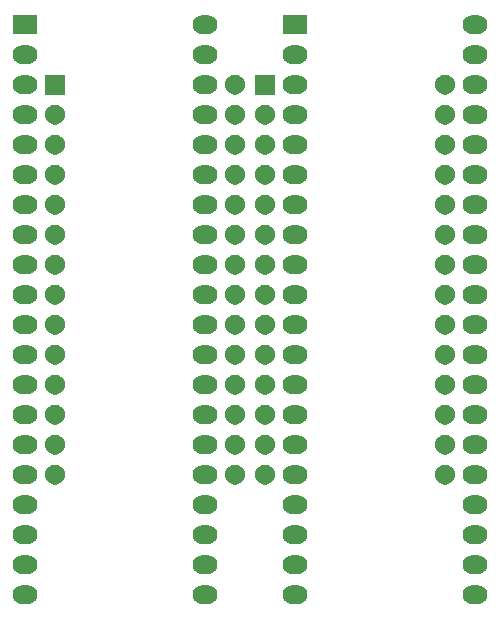
<source format=gts>
G04 #@! TF.GenerationSoftware,KiCad,Pcbnew,(5.1.5)-3*
G04 #@! TF.CreationDate,2021-04-08T22:52:58+09:00*
G04 #@! TF.ProjectId,ROM28toEPROM32,524f4d32-3874-46f4-9550-524f4d33322e,rev?*
G04 #@! TF.SameCoordinates,Original*
G04 #@! TF.FileFunction,Soldermask,Top*
G04 #@! TF.FilePolarity,Negative*
%FSLAX46Y46*%
G04 Gerber Fmt 4.6, Leading zero omitted, Abs format (unit mm)*
G04 Created by KiCad (PCBNEW (5.1.5)-3) date 2021-04-08 22:52:58*
%MOMM*%
%LPD*%
G04 APERTURE LIST*
%ADD10C,0.100000*%
G04 APERTURE END LIST*
D10*
G36*
X114655629Y-108706719D02*
G01*
X114731142Y-108714156D01*
X114876476Y-108758243D01*
X114876479Y-108758244D01*
X115010416Y-108829835D01*
X115127817Y-108926183D01*
X115224165Y-109043584D01*
X115295756Y-109177521D01*
X115295757Y-109177524D01*
X115339844Y-109322858D01*
X115354730Y-109474000D01*
X115339844Y-109625142D01*
X115295757Y-109770476D01*
X115295756Y-109770479D01*
X115224165Y-109904416D01*
X115127817Y-110021817D01*
X115010416Y-110118165D01*
X114876479Y-110189756D01*
X114876476Y-110189757D01*
X114731142Y-110233844D01*
X114655629Y-110241281D01*
X114617873Y-110245000D01*
X113982127Y-110245000D01*
X113944371Y-110241281D01*
X113868858Y-110233844D01*
X113723524Y-110189757D01*
X113723521Y-110189756D01*
X113589584Y-110118165D01*
X113472183Y-110021817D01*
X113375835Y-109904416D01*
X113304244Y-109770479D01*
X113304243Y-109770476D01*
X113260156Y-109625142D01*
X113245270Y-109474000D01*
X113260156Y-109322858D01*
X113304243Y-109177524D01*
X113304244Y-109177521D01*
X113375835Y-109043584D01*
X113472183Y-108926183D01*
X113589584Y-108829835D01*
X113723521Y-108758244D01*
X113723524Y-108758243D01*
X113868858Y-108714156D01*
X113944371Y-108706719D01*
X113982127Y-108703000D01*
X114617873Y-108703000D01*
X114655629Y-108706719D01*
G37*
G36*
X91795629Y-108706719D02*
G01*
X91871142Y-108714156D01*
X92016476Y-108758243D01*
X92016479Y-108758244D01*
X92150416Y-108829835D01*
X92267817Y-108926183D01*
X92364165Y-109043584D01*
X92435756Y-109177521D01*
X92435757Y-109177524D01*
X92479844Y-109322858D01*
X92494730Y-109474000D01*
X92479844Y-109625142D01*
X92435757Y-109770476D01*
X92435756Y-109770479D01*
X92364165Y-109904416D01*
X92267817Y-110021817D01*
X92150416Y-110118165D01*
X92016479Y-110189756D01*
X92016476Y-110189757D01*
X91871142Y-110233844D01*
X91795629Y-110241281D01*
X91757873Y-110245000D01*
X91122127Y-110245000D01*
X91084371Y-110241281D01*
X91008858Y-110233844D01*
X90863524Y-110189757D01*
X90863521Y-110189756D01*
X90729584Y-110118165D01*
X90612183Y-110021817D01*
X90515835Y-109904416D01*
X90444244Y-109770479D01*
X90444243Y-109770476D01*
X90400156Y-109625142D01*
X90385270Y-109474000D01*
X90400156Y-109322858D01*
X90444243Y-109177524D01*
X90444244Y-109177521D01*
X90515835Y-109043584D01*
X90612183Y-108926183D01*
X90729584Y-108829835D01*
X90863521Y-108758244D01*
X90863524Y-108758243D01*
X91008858Y-108714156D01*
X91084371Y-108706719D01*
X91122127Y-108703000D01*
X91757873Y-108703000D01*
X91795629Y-108706719D01*
G37*
G36*
X76555629Y-108706719D02*
G01*
X76631142Y-108714156D01*
X76776476Y-108758243D01*
X76776479Y-108758244D01*
X76910416Y-108829835D01*
X77027817Y-108926183D01*
X77124165Y-109043584D01*
X77195756Y-109177521D01*
X77195757Y-109177524D01*
X77239844Y-109322858D01*
X77254730Y-109474000D01*
X77239844Y-109625142D01*
X77195757Y-109770476D01*
X77195756Y-109770479D01*
X77124165Y-109904416D01*
X77027817Y-110021817D01*
X76910416Y-110118165D01*
X76776479Y-110189756D01*
X76776476Y-110189757D01*
X76631142Y-110233844D01*
X76555629Y-110241281D01*
X76517873Y-110245000D01*
X75882127Y-110245000D01*
X75844371Y-110241281D01*
X75768858Y-110233844D01*
X75623524Y-110189757D01*
X75623521Y-110189756D01*
X75489584Y-110118165D01*
X75372183Y-110021817D01*
X75275835Y-109904416D01*
X75204244Y-109770479D01*
X75204243Y-109770476D01*
X75160156Y-109625142D01*
X75145270Y-109474000D01*
X75160156Y-109322858D01*
X75204243Y-109177524D01*
X75204244Y-109177521D01*
X75275835Y-109043584D01*
X75372183Y-108926183D01*
X75489584Y-108829835D01*
X75623521Y-108758244D01*
X75623524Y-108758243D01*
X75768858Y-108714156D01*
X75844371Y-108706719D01*
X75882127Y-108703000D01*
X76517873Y-108703000D01*
X76555629Y-108706719D01*
G37*
G36*
X99415629Y-108706719D02*
G01*
X99491142Y-108714156D01*
X99636476Y-108758243D01*
X99636479Y-108758244D01*
X99770416Y-108829835D01*
X99887817Y-108926183D01*
X99984165Y-109043584D01*
X100055756Y-109177521D01*
X100055757Y-109177524D01*
X100099844Y-109322858D01*
X100114730Y-109474000D01*
X100099844Y-109625142D01*
X100055757Y-109770476D01*
X100055756Y-109770479D01*
X99984165Y-109904416D01*
X99887817Y-110021817D01*
X99770416Y-110118165D01*
X99636479Y-110189756D01*
X99636476Y-110189757D01*
X99491142Y-110233844D01*
X99415629Y-110241281D01*
X99377873Y-110245000D01*
X98742127Y-110245000D01*
X98704371Y-110241281D01*
X98628858Y-110233844D01*
X98483524Y-110189757D01*
X98483521Y-110189756D01*
X98349584Y-110118165D01*
X98232183Y-110021817D01*
X98135835Y-109904416D01*
X98064244Y-109770479D01*
X98064243Y-109770476D01*
X98020156Y-109625142D01*
X98005270Y-109474000D01*
X98020156Y-109322858D01*
X98064243Y-109177524D01*
X98064244Y-109177521D01*
X98135835Y-109043584D01*
X98232183Y-108926183D01*
X98349584Y-108829835D01*
X98483521Y-108758244D01*
X98483524Y-108758243D01*
X98628858Y-108714156D01*
X98704371Y-108706719D01*
X98742127Y-108703000D01*
X99377873Y-108703000D01*
X99415629Y-108706719D01*
G37*
G36*
X76555629Y-106166719D02*
G01*
X76631142Y-106174156D01*
X76776476Y-106218243D01*
X76776479Y-106218244D01*
X76910416Y-106289835D01*
X77027817Y-106386183D01*
X77124165Y-106503584D01*
X77195756Y-106637521D01*
X77195757Y-106637524D01*
X77239844Y-106782858D01*
X77254730Y-106934000D01*
X77239844Y-107085142D01*
X77195757Y-107230476D01*
X77195756Y-107230479D01*
X77124165Y-107364416D01*
X77027817Y-107481817D01*
X76910416Y-107578165D01*
X76776479Y-107649756D01*
X76776476Y-107649757D01*
X76631142Y-107693844D01*
X76555629Y-107701281D01*
X76517873Y-107705000D01*
X75882127Y-107705000D01*
X75844371Y-107701281D01*
X75768858Y-107693844D01*
X75623524Y-107649757D01*
X75623521Y-107649756D01*
X75489584Y-107578165D01*
X75372183Y-107481817D01*
X75275835Y-107364416D01*
X75204244Y-107230479D01*
X75204243Y-107230476D01*
X75160156Y-107085142D01*
X75145270Y-106934000D01*
X75160156Y-106782858D01*
X75204243Y-106637524D01*
X75204244Y-106637521D01*
X75275835Y-106503584D01*
X75372183Y-106386183D01*
X75489584Y-106289835D01*
X75623521Y-106218244D01*
X75623524Y-106218243D01*
X75768858Y-106174156D01*
X75844371Y-106166719D01*
X75882127Y-106163000D01*
X76517873Y-106163000D01*
X76555629Y-106166719D01*
G37*
G36*
X114655629Y-106166719D02*
G01*
X114731142Y-106174156D01*
X114876476Y-106218243D01*
X114876479Y-106218244D01*
X115010416Y-106289835D01*
X115127817Y-106386183D01*
X115224165Y-106503584D01*
X115295756Y-106637521D01*
X115295757Y-106637524D01*
X115339844Y-106782858D01*
X115354730Y-106934000D01*
X115339844Y-107085142D01*
X115295757Y-107230476D01*
X115295756Y-107230479D01*
X115224165Y-107364416D01*
X115127817Y-107481817D01*
X115010416Y-107578165D01*
X114876479Y-107649756D01*
X114876476Y-107649757D01*
X114731142Y-107693844D01*
X114655629Y-107701281D01*
X114617873Y-107705000D01*
X113982127Y-107705000D01*
X113944371Y-107701281D01*
X113868858Y-107693844D01*
X113723524Y-107649757D01*
X113723521Y-107649756D01*
X113589584Y-107578165D01*
X113472183Y-107481817D01*
X113375835Y-107364416D01*
X113304244Y-107230479D01*
X113304243Y-107230476D01*
X113260156Y-107085142D01*
X113245270Y-106934000D01*
X113260156Y-106782858D01*
X113304243Y-106637524D01*
X113304244Y-106637521D01*
X113375835Y-106503584D01*
X113472183Y-106386183D01*
X113589584Y-106289835D01*
X113723521Y-106218244D01*
X113723524Y-106218243D01*
X113868858Y-106174156D01*
X113944371Y-106166719D01*
X113982127Y-106163000D01*
X114617873Y-106163000D01*
X114655629Y-106166719D01*
G37*
G36*
X99415629Y-106166719D02*
G01*
X99491142Y-106174156D01*
X99636476Y-106218243D01*
X99636479Y-106218244D01*
X99770416Y-106289835D01*
X99887817Y-106386183D01*
X99984165Y-106503584D01*
X100055756Y-106637521D01*
X100055757Y-106637524D01*
X100099844Y-106782858D01*
X100114730Y-106934000D01*
X100099844Y-107085142D01*
X100055757Y-107230476D01*
X100055756Y-107230479D01*
X99984165Y-107364416D01*
X99887817Y-107481817D01*
X99770416Y-107578165D01*
X99636479Y-107649756D01*
X99636476Y-107649757D01*
X99491142Y-107693844D01*
X99415629Y-107701281D01*
X99377873Y-107705000D01*
X98742127Y-107705000D01*
X98704371Y-107701281D01*
X98628858Y-107693844D01*
X98483524Y-107649757D01*
X98483521Y-107649756D01*
X98349584Y-107578165D01*
X98232183Y-107481817D01*
X98135835Y-107364416D01*
X98064244Y-107230479D01*
X98064243Y-107230476D01*
X98020156Y-107085142D01*
X98005270Y-106934000D01*
X98020156Y-106782858D01*
X98064243Y-106637524D01*
X98064244Y-106637521D01*
X98135835Y-106503584D01*
X98232183Y-106386183D01*
X98349584Y-106289835D01*
X98483521Y-106218244D01*
X98483524Y-106218243D01*
X98628858Y-106174156D01*
X98704371Y-106166719D01*
X98742127Y-106163000D01*
X99377873Y-106163000D01*
X99415629Y-106166719D01*
G37*
G36*
X91795629Y-106166719D02*
G01*
X91871142Y-106174156D01*
X92016476Y-106218243D01*
X92016479Y-106218244D01*
X92150416Y-106289835D01*
X92267817Y-106386183D01*
X92364165Y-106503584D01*
X92435756Y-106637521D01*
X92435757Y-106637524D01*
X92479844Y-106782858D01*
X92494730Y-106934000D01*
X92479844Y-107085142D01*
X92435757Y-107230476D01*
X92435756Y-107230479D01*
X92364165Y-107364416D01*
X92267817Y-107481817D01*
X92150416Y-107578165D01*
X92016479Y-107649756D01*
X92016476Y-107649757D01*
X91871142Y-107693844D01*
X91795629Y-107701281D01*
X91757873Y-107705000D01*
X91122127Y-107705000D01*
X91084371Y-107701281D01*
X91008858Y-107693844D01*
X90863524Y-107649757D01*
X90863521Y-107649756D01*
X90729584Y-107578165D01*
X90612183Y-107481817D01*
X90515835Y-107364416D01*
X90444244Y-107230479D01*
X90444243Y-107230476D01*
X90400156Y-107085142D01*
X90385270Y-106934000D01*
X90400156Y-106782858D01*
X90444243Y-106637524D01*
X90444244Y-106637521D01*
X90515835Y-106503584D01*
X90612183Y-106386183D01*
X90729584Y-106289835D01*
X90863521Y-106218244D01*
X90863524Y-106218243D01*
X91008858Y-106174156D01*
X91084371Y-106166719D01*
X91122127Y-106163000D01*
X91757873Y-106163000D01*
X91795629Y-106166719D01*
G37*
G36*
X76555629Y-103626719D02*
G01*
X76631142Y-103634156D01*
X76776476Y-103678243D01*
X76776479Y-103678244D01*
X76910416Y-103749835D01*
X77027817Y-103846183D01*
X77124165Y-103963584D01*
X77195756Y-104097521D01*
X77195757Y-104097524D01*
X77239844Y-104242858D01*
X77254730Y-104394000D01*
X77239844Y-104545142D01*
X77195757Y-104690476D01*
X77195756Y-104690479D01*
X77124165Y-104824416D01*
X77027817Y-104941817D01*
X76910416Y-105038165D01*
X76776479Y-105109756D01*
X76776476Y-105109757D01*
X76631142Y-105153844D01*
X76555629Y-105161281D01*
X76517873Y-105165000D01*
X75882127Y-105165000D01*
X75844371Y-105161281D01*
X75768858Y-105153844D01*
X75623524Y-105109757D01*
X75623521Y-105109756D01*
X75489584Y-105038165D01*
X75372183Y-104941817D01*
X75275835Y-104824416D01*
X75204244Y-104690479D01*
X75204243Y-104690476D01*
X75160156Y-104545142D01*
X75145270Y-104394000D01*
X75160156Y-104242858D01*
X75204243Y-104097524D01*
X75204244Y-104097521D01*
X75275835Y-103963584D01*
X75372183Y-103846183D01*
X75489584Y-103749835D01*
X75623521Y-103678244D01*
X75623524Y-103678243D01*
X75768858Y-103634156D01*
X75844371Y-103626719D01*
X75882127Y-103623000D01*
X76517873Y-103623000D01*
X76555629Y-103626719D01*
G37*
G36*
X99415629Y-103626719D02*
G01*
X99491142Y-103634156D01*
X99636476Y-103678243D01*
X99636479Y-103678244D01*
X99770416Y-103749835D01*
X99887817Y-103846183D01*
X99984165Y-103963584D01*
X100055756Y-104097521D01*
X100055757Y-104097524D01*
X100099844Y-104242858D01*
X100114730Y-104394000D01*
X100099844Y-104545142D01*
X100055757Y-104690476D01*
X100055756Y-104690479D01*
X99984165Y-104824416D01*
X99887817Y-104941817D01*
X99770416Y-105038165D01*
X99636479Y-105109756D01*
X99636476Y-105109757D01*
X99491142Y-105153844D01*
X99415629Y-105161281D01*
X99377873Y-105165000D01*
X98742127Y-105165000D01*
X98704371Y-105161281D01*
X98628858Y-105153844D01*
X98483524Y-105109757D01*
X98483521Y-105109756D01*
X98349584Y-105038165D01*
X98232183Y-104941817D01*
X98135835Y-104824416D01*
X98064244Y-104690479D01*
X98064243Y-104690476D01*
X98020156Y-104545142D01*
X98005270Y-104394000D01*
X98020156Y-104242858D01*
X98064243Y-104097524D01*
X98064244Y-104097521D01*
X98135835Y-103963584D01*
X98232183Y-103846183D01*
X98349584Y-103749835D01*
X98483521Y-103678244D01*
X98483524Y-103678243D01*
X98628858Y-103634156D01*
X98704371Y-103626719D01*
X98742127Y-103623000D01*
X99377873Y-103623000D01*
X99415629Y-103626719D01*
G37*
G36*
X91795629Y-103626719D02*
G01*
X91871142Y-103634156D01*
X92016476Y-103678243D01*
X92016479Y-103678244D01*
X92150416Y-103749835D01*
X92267817Y-103846183D01*
X92364165Y-103963584D01*
X92435756Y-104097521D01*
X92435757Y-104097524D01*
X92479844Y-104242858D01*
X92494730Y-104394000D01*
X92479844Y-104545142D01*
X92435757Y-104690476D01*
X92435756Y-104690479D01*
X92364165Y-104824416D01*
X92267817Y-104941817D01*
X92150416Y-105038165D01*
X92016479Y-105109756D01*
X92016476Y-105109757D01*
X91871142Y-105153844D01*
X91795629Y-105161281D01*
X91757873Y-105165000D01*
X91122127Y-105165000D01*
X91084371Y-105161281D01*
X91008858Y-105153844D01*
X90863524Y-105109757D01*
X90863521Y-105109756D01*
X90729584Y-105038165D01*
X90612183Y-104941817D01*
X90515835Y-104824416D01*
X90444244Y-104690479D01*
X90444243Y-104690476D01*
X90400156Y-104545142D01*
X90385270Y-104394000D01*
X90400156Y-104242858D01*
X90444243Y-104097524D01*
X90444244Y-104097521D01*
X90515835Y-103963584D01*
X90612183Y-103846183D01*
X90729584Y-103749835D01*
X90863521Y-103678244D01*
X90863524Y-103678243D01*
X91008858Y-103634156D01*
X91084371Y-103626719D01*
X91122127Y-103623000D01*
X91757873Y-103623000D01*
X91795629Y-103626719D01*
G37*
G36*
X114655629Y-103626719D02*
G01*
X114731142Y-103634156D01*
X114876476Y-103678243D01*
X114876479Y-103678244D01*
X115010416Y-103749835D01*
X115127817Y-103846183D01*
X115224165Y-103963584D01*
X115295756Y-104097521D01*
X115295757Y-104097524D01*
X115339844Y-104242858D01*
X115354730Y-104394000D01*
X115339844Y-104545142D01*
X115295757Y-104690476D01*
X115295756Y-104690479D01*
X115224165Y-104824416D01*
X115127817Y-104941817D01*
X115010416Y-105038165D01*
X114876479Y-105109756D01*
X114876476Y-105109757D01*
X114731142Y-105153844D01*
X114655629Y-105161281D01*
X114617873Y-105165000D01*
X113982127Y-105165000D01*
X113944371Y-105161281D01*
X113868858Y-105153844D01*
X113723524Y-105109757D01*
X113723521Y-105109756D01*
X113589584Y-105038165D01*
X113472183Y-104941817D01*
X113375835Y-104824416D01*
X113304244Y-104690479D01*
X113304243Y-104690476D01*
X113260156Y-104545142D01*
X113245270Y-104394000D01*
X113260156Y-104242858D01*
X113304243Y-104097524D01*
X113304244Y-104097521D01*
X113375835Y-103963584D01*
X113472183Y-103846183D01*
X113589584Y-103749835D01*
X113723521Y-103678244D01*
X113723524Y-103678243D01*
X113868858Y-103634156D01*
X113944371Y-103626719D01*
X113982127Y-103623000D01*
X114617873Y-103623000D01*
X114655629Y-103626719D01*
G37*
G36*
X76555629Y-101086719D02*
G01*
X76631142Y-101094156D01*
X76776476Y-101138243D01*
X76776479Y-101138244D01*
X76910416Y-101209835D01*
X77027817Y-101306183D01*
X77124165Y-101423584D01*
X77195756Y-101557521D01*
X77195757Y-101557524D01*
X77239844Y-101702858D01*
X77254730Y-101854000D01*
X77239844Y-102005142D01*
X77195757Y-102150476D01*
X77195756Y-102150479D01*
X77124165Y-102284416D01*
X77027817Y-102401817D01*
X76910416Y-102498165D01*
X76776479Y-102569756D01*
X76776476Y-102569757D01*
X76631142Y-102613844D01*
X76555629Y-102621281D01*
X76517873Y-102625000D01*
X75882127Y-102625000D01*
X75844371Y-102621281D01*
X75768858Y-102613844D01*
X75623524Y-102569757D01*
X75623521Y-102569756D01*
X75489584Y-102498165D01*
X75372183Y-102401817D01*
X75275835Y-102284416D01*
X75204244Y-102150479D01*
X75204243Y-102150476D01*
X75160156Y-102005142D01*
X75145270Y-101854000D01*
X75160156Y-101702858D01*
X75204243Y-101557524D01*
X75204244Y-101557521D01*
X75275835Y-101423584D01*
X75372183Y-101306183D01*
X75489584Y-101209835D01*
X75623521Y-101138244D01*
X75623524Y-101138243D01*
X75768858Y-101094156D01*
X75844371Y-101086719D01*
X75882127Y-101083000D01*
X76517873Y-101083000D01*
X76555629Y-101086719D01*
G37*
G36*
X114655629Y-101086719D02*
G01*
X114731142Y-101094156D01*
X114876476Y-101138243D01*
X114876479Y-101138244D01*
X115010416Y-101209835D01*
X115127817Y-101306183D01*
X115224165Y-101423584D01*
X115295756Y-101557521D01*
X115295757Y-101557524D01*
X115339844Y-101702858D01*
X115354730Y-101854000D01*
X115339844Y-102005142D01*
X115295757Y-102150476D01*
X115295756Y-102150479D01*
X115224165Y-102284416D01*
X115127817Y-102401817D01*
X115010416Y-102498165D01*
X114876479Y-102569756D01*
X114876476Y-102569757D01*
X114731142Y-102613844D01*
X114655629Y-102621281D01*
X114617873Y-102625000D01*
X113982127Y-102625000D01*
X113944371Y-102621281D01*
X113868858Y-102613844D01*
X113723524Y-102569757D01*
X113723521Y-102569756D01*
X113589584Y-102498165D01*
X113472183Y-102401817D01*
X113375835Y-102284416D01*
X113304244Y-102150479D01*
X113304243Y-102150476D01*
X113260156Y-102005142D01*
X113245270Y-101854000D01*
X113260156Y-101702858D01*
X113304243Y-101557524D01*
X113304244Y-101557521D01*
X113375835Y-101423584D01*
X113472183Y-101306183D01*
X113589584Y-101209835D01*
X113723521Y-101138244D01*
X113723524Y-101138243D01*
X113868858Y-101094156D01*
X113944371Y-101086719D01*
X113982127Y-101083000D01*
X114617873Y-101083000D01*
X114655629Y-101086719D01*
G37*
G36*
X99415629Y-101086719D02*
G01*
X99491142Y-101094156D01*
X99636476Y-101138243D01*
X99636479Y-101138244D01*
X99770416Y-101209835D01*
X99887817Y-101306183D01*
X99984165Y-101423584D01*
X100055756Y-101557521D01*
X100055757Y-101557524D01*
X100099844Y-101702858D01*
X100114730Y-101854000D01*
X100099844Y-102005142D01*
X100055757Y-102150476D01*
X100055756Y-102150479D01*
X99984165Y-102284416D01*
X99887817Y-102401817D01*
X99770416Y-102498165D01*
X99636479Y-102569756D01*
X99636476Y-102569757D01*
X99491142Y-102613844D01*
X99415629Y-102621281D01*
X99377873Y-102625000D01*
X98742127Y-102625000D01*
X98704371Y-102621281D01*
X98628858Y-102613844D01*
X98483524Y-102569757D01*
X98483521Y-102569756D01*
X98349584Y-102498165D01*
X98232183Y-102401817D01*
X98135835Y-102284416D01*
X98064244Y-102150479D01*
X98064243Y-102150476D01*
X98020156Y-102005142D01*
X98005270Y-101854000D01*
X98020156Y-101702858D01*
X98064243Y-101557524D01*
X98064244Y-101557521D01*
X98135835Y-101423584D01*
X98232183Y-101306183D01*
X98349584Y-101209835D01*
X98483521Y-101138244D01*
X98483524Y-101138243D01*
X98628858Y-101094156D01*
X98704371Y-101086719D01*
X98742127Y-101083000D01*
X99377873Y-101083000D01*
X99415629Y-101086719D01*
G37*
G36*
X91795629Y-101086719D02*
G01*
X91871142Y-101094156D01*
X92016476Y-101138243D01*
X92016479Y-101138244D01*
X92150416Y-101209835D01*
X92267817Y-101306183D01*
X92364165Y-101423584D01*
X92435756Y-101557521D01*
X92435757Y-101557524D01*
X92479844Y-101702858D01*
X92494730Y-101854000D01*
X92479844Y-102005142D01*
X92435757Y-102150476D01*
X92435756Y-102150479D01*
X92364165Y-102284416D01*
X92267817Y-102401817D01*
X92150416Y-102498165D01*
X92016479Y-102569756D01*
X92016476Y-102569757D01*
X91871142Y-102613844D01*
X91795629Y-102621281D01*
X91757873Y-102625000D01*
X91122127Y-102625000D01*
X91084371Y-102621281D01*
X91008858Y-102613844D01*
X90863524Y-102569757D01*
X90863521Y-102569756D01*
X90729584Y-102498165D01*
X90612183Y-102401817D01*
X90515835Y-102284416D01*
X90444244Y-102150479D01*
X90444243Y-102150476D01*
X90400156Y-102005142D01*
X90385270Y-101854000D01*
X90400156Y-101702858D01*
X90444243Y-101557524D01*
X90444244Y-101557521D01*
X90515835Y-101423584D01*
X90612183Y-101306183D01*
X90729584Y-101209835D01*
X90863521Y-101138244D01*
X90863524Y-101138243D01*
X91008858Y-101094156D01*
X91084371Y-101086719D01*
X91122127Y-101083000D01*
X91757873Y-101083000D01*
X91795629Y-101086719D01*
G37*
G36*
X78988228Y-98495703D02*
G01*
X79143100Y-98559853D01*
X79282481Y-98652985D01*
X79401015Y-98771519D01*
X79494147Y-98910900D01*
X79558297Y-99065772D01*
X79591000Y-99230184D01*
X79591000Y-99397816D01*
X79558297Y-99562228D01*
X79494147Y-99717100D01*
X79401015Y-99856481D01*
X79282481Y-99975015D01*
X79143100Y-100068147D01*
X78988228Y-100132297D01*
X78823816Y-100165000D01*
X78656184Y-100165000D01*
X78491772Y-100132297D01*
X78336900Y-100068147D01*
X78197519Y-99975015D01*
X78078985Y-99856481D01*
X77985853Y-99717100D01*
X77921703Y-99562228D01*
X77889000Y-99397816D01*
X77889000Y-99230184D01*
X77921703Y-99065772D01*
X77985853Y-98910900D01*
X78078985Y-98771519D01*
X78197519Y-98652985D01*
X78336900Y-98559853D01*
X78491772Y-98495703D01*
X78656184Y-98463000D01*
X78823816Y-98463000D01*
X78988228Y-98495703D01*
G37*
G36*
X96768228Y-98495703D02*
G01*
X96923100Y-98559853D01*
X97062481Y-98652985D01*
X97181015Y-98771519D01*
X97274147Y-98910900D01*
X97338297Y-99065772D01*
X97371000Y-99230184D01*
X97371000Y-99397816D01*
X97338297Y-99562228D01*
X97274147Y-99717100D01*
X97181015Y-99856481D01*
X97062481Y-99975015D01*
X96923100Y-100068147D01*
X96768228Y-100132297D01*
X96603816Y-100165000D01*
X96436184Y-100165000D01*
X96271772Y-100132297D01*
X96116900Y-100068147D01*
X95977519Y-99975015D01*
X95858985Y-99856481D01*
X95765853Y-99717100D01*
X95701703Y-99562228D01*
X95669000Y-99397816D01*
X95669000Y-99230184D01*
X95701703Y-99065772D01*
X95765853Y-98910900D01*
X95858985Y-98771519D01*
X95977519Y-98652985D01*
X96116900Y-98559853D01*
X96271772Y-98495703D01*
X96436184Y-98463000D01*
X96603816Y-98463000D01*
X96768228Y-98495703D01*
G37*
G36*
X112008228Y-98495703D02*
G01*
X112163100Y-98559853D01*
X112302481Y-98652985D01*
X112421015Y-98771519D01*
X112514147Y-98910900D01*
X112578297Y-99065772D01*
X112611000Y-99230184D01*
X112611000Y-99397816D01*
X112578297Y-99562228D01*
X112514147Y-99717100D01*
X112421015Y-99856481D01*
X112302481Y-99975015D01*
X112163100Y-100068147D01*
X112008228Y-100132297D01*
X111843816Y-100165000D01*
X111676184Y-100165000D01*
X111511772Y-100132297D01*
X111356900Y-100068147D01*
X111217519Y-99975015D01*
X111098985Y-99856481D01*
X111005853Y-99717100D01*
X110941703Y-99562228D01*
X110909000Y-99397816D01*
X110909000Y-99230184D01*
X110941703Y-99065772D01*
X111005853Y-98910900D01*
X111098985Y-98771519D01*
X111217519Y-98652985D01*
X111356900Y-98559853D01*
X111511772Y-98495703D01*
X111676184Y-98463000D01*
X111843816Y-98463000D01*
X112008228Y-98495703D01*
G37*
G36*
X94228228Y-98495703D02*
G01*
X94383100Y-98559853D01*
X94522481Y-98652985D01*
X94641015Y-98771519D01*
X94734147Y-98910900D01*
X94798297Y-99065772D01*
X94831000Y-99230184D01*
X94831000Y-99397816D01*
X94798297Y-99562228D01*
X94734147Y-99717100D01*
X94641015Y-99856481D01*
X94522481Y-99975015D01*
X94383100Y-100068147D01*
X94228228Y-100132297D01*
X94063816Y-100165000D01*
X93896184Y-100165000D01*
X93731772Y-100132297D01*
X93576900Y-100068147D01*
X93437519Y-99975015D01*
X93318985Y-99856481D01*
X93225853Y-99717100D01*
X93161703Y-99562228D01*
X93129000Y-99397816D01*
X93129000Y-99230184D01*
X93161703Y-99065772D01*
X93225853Y-98910900D01*
X93318985Y-98771519D01*
X93437519Y-98652985D01*
X93576900Y-98559853D01*
X93731772Y-98495703D01*
X93896184Y-98463000D01*
X94063816Y-98463000D01*
X94228228Y-98495703D01*
G37*
G36*
X76555629Y-98546719D02*
G01*
X76631142Y-98554156D01*
X76776476Y-98598243D01*
X76776479Y-98598244D01*
X76910416Y-98669835D01*
X77027817Y-98766183D01*
X77124165Y-98883584D01*
X77195756Y-99017521D01*
X77195757Y-99017524D01*
X77239844Y-99162858D01*
X77254730Y-99314000D01*
X77239844Y-99465142D01*
X77195757Y-99610476D01*
X77195756Y-99610479D01*
X77124165Y-99744416D01*
X77027817Y-99861817D01*
X76910416Y-99958165D01*
X76776479Y-100029756D01*
X76776476Y-100029757D01*
X76631142Y-100073844D01*
X76555629Y-100081281D01*
X76517873Y-100085000D01*
X75882127Y-100085000D01*
X75844371Y-100081281D01*
X75768858Y-100073844D01*
X75623524Y-100029757D01*
X75623521Y-100029756D01*
X75489584Y-99958165D01*
X75372183Y-99861817D01*
X75275835Y-99744416D01*
X75204244Y-99610479D01*
X75204243Y-99610476D01*
X75160156Y-99465142D01*
X75145270Y-99314000D01*
X75160156Y-99162858D01*
X75204243Y-99017524D01*
X75204244Y-99017521D01*
X75275835Y-98883584D01*
X75372183Y-98766183D01*
X75489584Y-98669835D01*
X75623521Y-98598244D01*
X75623524Y-98598243D01*
X75768858Y-98554156D01*
X75844371Y-98546719D01*
X75882127Y-98543000D01*
X76517873Y-98543000D01*
X76555629Y-98546719D01*
G37*
G36*
X114655629Y-98546719D02*
G01*
X114731142Y-98554156D01*
X114876476Y-98598243D01*
X114876479Y-98598244D01*
X115010416Y-98669835D01*
X115127817Y-98766183D01*
X115224165Y-98883584D01*
X115295756Y-99017521D01*
X115295757Y-99017524D01*
X115339844Y-99162858D01*
X115354730Y-99314000D01*
X115339844Y-99465142D01*
X115295757Y-99610476D01*
X115295756Y-99610479D01*
X115224165Y-99744416D01*
X115127817Y-99861817D01*
X115010416Y-99958165D01*
X114876479Y-100029756D01*
X114876476Y-100029757D01*
X114731142Y-100073844D01*
X114655629Y-100081281D01*
X114617873Y-100085000D01*
X113982127Y-100085000D01*
X113944371Y-100081281D01*
X113868858Y-100073844D01*
X113723524Y-100029757D01*
X113723521Y-100029756D01*
X113589584Y-99958165D01*
X113472183Y-99861817D01*
X113375835Y-99744416D01*
X113304244Y-99610479D01*
X113304243Y-99610476D01*
X113260156Y-99465142D01*
X113245270Y-99314000D01*
X113260156Y-99162858D01*
X113304243Y-99017524D01*
X113304244Y-99017521D01*
X113375835Y-98883584D01*
X113472183Y-98766183D01*
X113589584Y-98669835D01*
X113723521Y-98598244D01*
X113723524Y-98598243D01*
X113868858Y-98554156D01*
X113944371Y-98546719D01*
X113982127Y-98543000D01*
X114617873Y-98543000D01*
X114655629Y-98546719D01*
G37*
G36*
X91795629Y-98546719D02*
G01*
X91871142Y-98554156D01*
X92016476Y-98598243D01*
X92016479Y-98598244D01*
X92150416Y-98669835D01*
X92267817Y-98766183D01*
X92364165Y-98883584D01*
X92435756Y-99017521D01*
X92435757Y-99017524D01*
X92479844Y-99162858D01*
X92494730Y-99314000D01*
X92479844Y-99465142D01*
X92435757Y-99610476D01*
X92435756Y-99610479D01*
X92364165Y-99744416D01*
X92267817Y-99861817D01*
X92150416Y-99958165D01*
X92016479Y-100029756D01*
X92016476Y-100029757D01*
X91871142Y-100073844D01*
X91795629Y-100081281D01*
X91757873Y-100085000D01*
X91122127Y-100085000D01*
X91084371Y-100081281D01*
X91008858Y-100073844D01*
X90863524Y-100029757D01*
X90863521Y-100029756D01*
X90729584Y-99958165D01*
X90612183Y-99861817D01*
X90515835Y-99744416D01*
X90444244Y-99610479D01*
X90444243Y-99610476D01*
X90400156Y-99465142D01*
X90385270Y-99314000D01*
X90400156Y-99162858D01*
X90444243Y-99017524D01*
X90444244Y-99017521D01*
X90515835Y-98883584D01*
X90612183Y-98766183D01*
X90729584Y-98669835D01*
X90863521Y-98598244D01*
X90863524Y-98598243D01*
X91008858Y-98554156D01*
X91084371Y-98546719D01*
X91122127Y-98543000D01*
X91757873Y-98543000D01*
X91795629Y-98546719D01*
G37*
G36*
X99415629Y-98546719D02*
G01*
X99491142Y-98554156D01*
X99636476Y-98598243D01*
X99636479Y-98598244D01*
X99770416Y-98669835D01*
X99887817Y-98766183D01*
X99984165Y-98883584D01*
X100055756Y-99017521D01*
X100055757Y-99017524D01*
X100099844Y-99162858D01*
X100114730Y-99314000D01*
X100099844Y-99465142D01*
X100055757Y-99610476D01*
X100055756Y-99610479D01*
X99984165Y-99744416D01*
X99887817Y-99861817D01*
X99770416Y-99958165D01*
X99636479Y-100029756D01*
X99636476Y-100029757D01*
X99491142Y-100073844D01*
X99415629Y-100081281D01*
X99377873Y-100085000D01*
X98742127Y-100085000D01*
X98704371Y-100081281D01*
X98628858Y-100073844D01*
X98483524Y-100029757D01*
X98483521Y-100029756D01*
X98349584Y-99958165D01*
X98232183Y-99861817D01*
X98135835Y-99744416D01*
X98064244Y-99610479D01*
X98064243Y-99610476D01*
X98020156Y-99465142D01*
X98005270Y-99314000D01*
X98020156Y-99162858D01*
X98064243Y-99017524D01*
X98064244Y-99017521D01*
X98135835Y-98883584D01*
X98232183Y-98766183D01*
X98349584Y-98669835D01*
X98483521Y-98598244D01*
X98483524Y-98598243D01*
X98628858Y-98554156D01*
X98704371Y-98546719D01*
X98742127Y-98543000D01*
X99377873Y-98543000D01*
X99415629Y-98546719D01*
G37*
G36*
X112008228Y-95955703D02*
G01*
X112163100Y-96019853D01*
X112302481Y-96112985D01*
X112421015Y-96231519D01*
X112514147Y-96370900D01*
X112578297Y-96525772D01*
X112611000Y-96690184D01*
X112611000Y-96857816D01*
X112578297Y-97022228D01*
X112514147Y-97177100D01*
X112421015Y-97316481D01*
X112302481Y-97435015D01*
X112163100Y-97528147D01*
X112008228Y-97592297D01*
X111843816Y-97625000D01*
X111676184Y-97625000D01*
X111511772Y-97592297D01*
X111356900Y-97528147D01*
X111217519Y-97435015D01*
X111098985Y-97316481D01*
X111005853Y-97177100D01*
X110941703Y-97022228D01*
X110909000Y-96857816D01*
X110909000Y-96690184D01*
X110941703Y-96525772D01*
X111005853Y-96370900D01*
X111098985Y-96231519D01*
X111217519Y-96112985D01*
X111356900Y-96019853D01*
X111511772Y-95955703D01*
X111676184Y-95923000D01*
X111843816Y-95923000D01*
X112008228Y-95955703D01*
G37*
G36*
X96768228Y-95955703D02*
G01*
X96923100Y-96019853D01*
X97062481Y-96112985D01*
X97181015Y-96231519D01*
X97274147Y-96370900D01*
X97338297Y-96525772D01*
X97371000Y-96690184D01*
X97371000Y-96857816D01*
X97338297Y-97022228D01*
X97274147Y-97177100D01*
X97181015Y-97316481D01*
X97062481Y-97435015D01*
X96923100Y-97528147D01*
X96768228Y-97592297D01*
X96603816Y-97625000D01*
X96436184Y-97625000D01*
X96271772Y-97592297D01*
X96116900Y-97528147D01*
X95977519Y-97435015D01*
X95858985Y-97316481D01*
X95765853Y-97177100D01*
X95701703Y-97022228D01*
X95669000Y-96857816D01*
X95669000Y-96690184D01*
X95701703Y-96525772D01*
X95765853Y-96370900D01*
X95858985Y-96231519D01*
X95977519Y-96112985D01*
X96116900Y-96019853D01*
X96271772Y-95955703D01*
X96436184Y-95923000D01*
X96603816Y-95923000D01*
X96768228Y-95955703D01*
G37*
G36*
X94228228Y-95955703D02*
G01*
X94383100Y-96019853D01*
X94522481Y-96112985D01*
X94641015Y-96231519D01*
X94734147Y-96370900D01*
X94798297Y-96525772D01*
X94831000Y-96690184D01*
X94831000Y-96857816D01*
X94798297Y-97022228D01*
X94734147Y-97177100D01*
X94641015Y-97316481D01*
X94522481Y-97435015D01*
X94383100Y-97528147D01*
X94228228Y-97592297D01*
X94063816Y-97625000D01*
X93896184Y-97625000D01*
X93731772Y-97592297D01*
X93576900Y-97528147D01*
X93437519Y-97435015D01*
X93318985Y-97316481D01*
X93225853Y-97177100D01*
X93161703Y-97022228D01*
X93129000Y-96857816D01*
X93129000Y-96690184D01*
X93161703Y-96525772D01*
X93225853Y-96370900D01*
X93318985Y-96231519D01*
X93437519Y-96112985D01*
X93576900Y-96019853D01*
X93731772Y-95955703D01*
X93896184Y-95923000D01*
X94063816Y-95923000D01*
X94228228Y-95955703D01*
G37*
G36*
X78988228Y-95955703D02*
G01*
X79143100Y-96019853D01*
X79282481Y-96112985D01*
X79401015Y-96231519D01*
X79494147Y-96370900D01*
X79558297Y-96525772D01*
X79591000Y-96690184D01*
X79591000Y-96857816D01*
X79558297Y-97022228D01*
X79494147Y-97177100D01*
X79401015Y-97316481D01*
X79282481Y-97435015D01*
X79143100Y-97528147D01*
X78988228Y-97592297D01*
X78823816Y-97625000D01*
X78656184Y-97625000D01*
X78491772Y-97592297D01*
X78336900Y-97528147D01*
X78197519Y-97435015D01*
X78078985Y-97316481D01*
X77985853Y-97177100D01*
X77921703Y-97022228D01*
X77889000Y-96857816D01*
X77889000Y-96690184D01*
X77921703Y-96525772D01*
X77985853Y-96370900D01*
X78078985Y-96231519D01*
X78197519Y-96112985D01*
X78336900Y-96019853D01*
X78491772Y-95955703D01*
X78656184Y-95923000D01*
X78823816Y-95923000D01*
X78988228Y-95955703D01*
G37*
G36*
X114655629Y-96006719D02*
G01*
X114731142Y-96014156D01*
X114876476Y-96058243D01*
X114876479Y-96058244D01*
X115010416Y-96129835D01*
X115127817Y-96226183D01*
X115224165Y-96343584D01*
X115295756Y-96477521D01*
X115295757Y-96477524D01*
X115339844Y-96622858D01*
X115354730Y-96774000D01*
X115339844Y-96925142D01*
X115295757Y-97070476D01*
X115295756Y-97070479D01*
X115224165Y-97204416D01*
X115127817Y-97321817D01*
X115010416Y-97418165D01*
X114876479Y-97489756D01*
X114876476Y-97489757D01*
X114731142Y-97533844D01*
X114655629Y-97541281D01*
X114617873Y-97545000D01*
X113982127Y-97545000D01*
X113944371Y-97541281D01*
X113868858Y-97533844D01*
X113723524Y-97489757D01*
X113723521Y-97489756D01*
X113589584Y-97418165D01*
X113472183Y-97321817D01*
X113375835Y-97204416D01*
X113304244Y-97070479D01*
X113304243Y-97070476D01*
X113260156Y-96925142D01*
X113245270Y-96774000D01*
X113260156Y-96622858D01*
X113304243Y-96477524D01*
X113304244Y-96477521D01*
X113375835Y-96343584D01*
X113472183Y-96226183D01*
X113589584Y-96129835D01*
X113723521Y-96058244D01*
X113723524Y-96058243D01*
X113868858Y-96014156D01*
X113944371Y-96006719D01*
X113982127Y-96003000D01*
X114617873Y-96003000D01*
X114655629Y-96006719D01*
G37*
G36*
X99415629Y-96006719D02*
G01*
X99491142Y-96014156D01*
X99636476Y-96058243D01*
X99636479Y-96058244D01*
X99770416Y-96129835D01*
X99887817Y-96226183D01*
X99984165Y-96343584D01*
X100055756Y-96477521D01*
X100055757Y-96477524D01*
X100099844Y-96622858D01*
X100114730Y-96774000D01*
X100099844Y-96925142D01*
X100055757Y-97070476D01*
X100055756Y-97070479D01*
X99984165Y-97204416D01*
X99887817Y-97321817D01*
X99770416Y-97418165D01*
X99636479Y-97489756D01*
X99636476Y-97489757D01*
X99491142Y-97533844D01*
X99415629Y-97541281D01*
X99377873Y-97545000D01*
X98742127Y-97545000D01*
X98704371Y-97541281D01*
X98628858Y-97533844D01*
X98483524Y-97489757D01*
X98483521Y-97489756D01*
X98349584Y-97418165D01*
X98232183Y-97321817D01*
X98135835Y-97204416D01*
X98064244Y-97070479D01*
X98064243Y-97070476D01*
X98020156Y-96925142D01*
X98005270Y-96774000D01*
X98020156Y-96622858D01*
X98064243Y-96477524D01*
X98064244Y-96477521D01*
X98135835Y-96343584D01*
X98232183Y-96226183D01*
X98349584Y-96129835D01*
X98483521Y-96058244D01*
X98483524Y-96058243D01*
X98628858Y-96014156D01*
X98704371Y-96006719D01*
X98742127Y-96003000D01*
X99377873Y-96003000D01*
X99415629Y-96006719D01*
G37*
G36*
X91795629Y-96006719D02*
G01*
X91871142Y-96014156D01*
X92016476Y-96058243D01*
X92016479Y-96058244D01*
X92150416Y-96129835D01*
X92267817Y-96226183D01*
X92364165Y-96343584D01*
X92435756Y-96477521D01*
X92435757Y-96477524D01*
X92479844Y-96622858D01*
X92494730Y-96774000D01*
X92479844Y-96925142D01*
X92435757Y-97070476D01*
X92435756Y-97070479D01*
X92364165Y-97204416D01*
X92267817Y-97321817D01*
X92150416Y-97418165D01*
X92016479Y-97489756D01*
X92016476Y-97489757D01*
X91871142Y-97533844D01*
X91795629Y-97541281D01*
X91757873Y-97545000D01*
X91122127Y-97545000D01*
X91084371Y-97541281D01*
X91008858Y-97533844D01*
X90863524Y-97489757D01*
X90863521Y-97489756D01*
X90729584Y-97418165D01*
X90612183Y-97321817D01*
X90515835Y-97204416D01*
X90444244Y-97070479D01*
X90444243Y-97070476D01*
X90400156Y-96925142D01*
X90385270Y-96774000D01*
X90400156Y-96622858D01*
X90444243Y-96477524D01*
X90444244Y-96477521D01*
X90515835Y-96343584D01*
X90612183Y-96226183D01*
X90729584Y-96129835D01*
X90863521Y-96058244D01*
X90863524Y-96058243D01*
X91008858Y-96014156D01*
X91084371Y-96006719D01*
X91122127Y-96003000D01*
X91757873Y-96003000D01*
X91795629Y-96006719D01*
G37*
G36*
X76555629Y-96006719D02*
G01*
X76631142Y-96014156D01*
X76776476Y-96058243D01*
X76776479Y-96058244D01*
X76910416Y-96129835D01*
X77027817Y-96226183D01*
X77124165Y-96343584D01*
X77195756Y-96477521D01*
X77195757Y-96477524D01*
X77239844Y-96622858D01*
X77254730Y-96774000D01*
X77239844Y-96925142D01*
X77195757Y-97070476D01*
X77195756Y-97070479D01*
X77124165Y-97204416D01*
X77027817Y-97321817D01*
X76910416Y-97418165D01*
X76776479Y-97489756D01*
X76776476Y-97489757D01*
X76631142Y-97533844D01*
X76555629Y-97541281D01*
X76517873Y-97545000D01*
X75882127Y-97545000D01*
X75844371Y-97541281D01*
X75768858Y-97533844D01*
X75623524Y-97489757D01*
X75623521Y-97489756D01*
X75489584Y-97418165D01*
X75372183Y-97321817D01*
X75275835Y-97204416D01*
X75204244Y-97070479D01*
X75204243Y-97070476D01*
X75160156Y-96925142D01*
X75145270Y-96774000D01*
X75160156Y-96622858D01*
X75204243Y-96477524D01*
X75204244Y-96477521D01*
X75275835Y-96343584D01*
X75372183Y-96226183D01*
X75489584Y-96129835D01*
X75623521Y-96058244D01*
X75623524Y-96058243D01*
X75768858Y-96014156D01*
X75844371Y-96006719D01*
X75882127Y-96003000D01*
X76517873Y-96003000D01*
X76555629Y-96006719D01*
G37*
G36*
X112008228Y-93415703D02*
G01*
X112163100Y-93479853D01*
X112302481Y-93572985D01*
X112421015Y-93691519D01*
X112514147Y-93830900D01*
X112578297Y-93985772D01*
X112611000Y-94150184D01*
X112611000Y-94317816D01*
X112578297Y-94482228D01*
X112514147Y-94637100D01*
X112421015Y-94776481D01*
X112302481Y-94895015D01*
X112163100Y-94988147D01*
X112008228Y-95052297D01*
X111843816Y-95085000D01*
X111676184Y-95085000D01*
X111511772Y-95052297D01*
X111356900Y-94988147D01*
X111217519Y-94895015D01*
X111098985Y-94776481D01*
X111005853Y-94637100D01*
X110941703Y-94482228D01*
X110909000Y-94317816D01*
X110909000Y-94150184D01*
X110941703Y-93985772D01*
X111005853Y-93830900D01*
X111098985Y-93691519D01*
X111217519Y-93572985D01*
X111356900Y-93479853D01*
X111511772Y-93415703D01*
X111676184Y-93383000D01*
X111843816Y-93383000D01*
X112008228Y-93415703D01*
G37*
G36*
X96768228Y-93415703D02*
G01*
X96923100Y-93479853D01*
X97062481Y-93572985D01*
X97181015Y-93691519D01*
X97274147Y-93830900D01*
X97338297Y-93985772D01*
X97371000Y-94150184D01*
X97371000Y-94317816D01*
X97338297Y-94482228D01*
X97274147Y-94637100D01*
X97181015Y-94776481D01*
X97062481Y-94895015D01*
X96923100Y-94988147D01*
X96768228Y-95052297D01*
X96603816Y-95085000D01*
X96436184Y-95085000D01*
X96271772Y-95052297D01*
X96116900Y-94988147D01*
X95977519Y-94895015D01*
X95858985Y-94776481D01*
X95765853Y-94637100D01*
X95701703Y-94482228D01*
X95669000Y-94317816D01*
X95669000Y-94150184D01*
X95701703Y-93985772D01*
X95765853Y-93830900D01*
X95858985Y-93691519D01*
X95977519Y-93572985D01*
X96116900Y-93479853D01*
X96271772Y-93415703D01*
X96436184Y-93383000D01*
X96603816Y-93383000D01*
X96768228Y-93415703D01*
G37*
G36*
X78988228Y-93415703D02*
G01*
X79143100Y-93479853D01*
X79282481Y-93572985D01*
X79401015Y-93691519D01*
X79494147Y-93830900D01*
X79558297Y-93985772D01*
X79591000Y-94150184D01*
X79591000Y-94317816D01*
X79558297Y-94482228D01*
X79494147Y-94637100D01*
X79401015Y-94776481D01*
X79282481Y-94895015D01*
X79143100Y-94988147D01*
X78988228Y-95052297D01*
X78823816Y-95085000D01*
X78656184Y-95085000D01*
X78491772Y-95052297D01*
X78336900Y-94988147D01*
X78197519Y-94895015D01*
X78078985Y-94776481D01*
X77985853Y-94637100D01*
X77921703Y-94482228D01*
X77889000Y-94317816D01*
X77889000Y-94150184D01*
X77921703Y-93985772D01*
X77985853Y-93830900D01*
X78078985Y-93691519D01*
X78197519Y-93572985D01*
X78336900Y-93479853D01*
X78491772Y-93415703D01*
X78656184Y-93383000D01*
X78823816Y-93383000D01*
X78988228Y-93415703D01*
G37*
G36*
X94228228Y-93415703D02*
G01*
X94383100Y-93479853D01*
X94522481Y-93572985D01*
X94641015Y-93691519D01*
X94734147Y-93830900D01*
X94798297Y-93985772D01*
X94831000Y-94150184D01*
X94831000Y-94317816D01*
X94798297Y-94482228D01*
X94734147Y-94637100D01*
X94641015Y-94776481D01*
X94522481Y-94895015D01*
X94383100Y-94988147D01*
X94228228Y-95052297D01*
X94063816Y-95085000D01*
X93896184Y-95085000D01*
X93731772Y-95052297D01*
X93576900Y-94988147D01*
X93437519Y-94895015D01*
X93318985Y-94776481D01*
X93225853Y-94637100D01*
X93161703Y-94482228D01*
X93129000Y-94317816D01*
X93129000Y-94150184D01*
X93161703Y-93985772D01*
X93225853Y-93830900D01*
X93318985Y-93691519D01*
X93437519Y-93572985D01*
X93576900Y-93479853D01*
X93731772Y-93415703D01*
X93896184Y-93383000D01*
X94063816Y-93383000D01*
X94228228Y-93415703D01*
G37*
G36*
X114655629Y-93466719D02*
G01*
X114731142Y-93474156D01*
X114876476Y-93518243D01*
X114876479Y-93518244D01*
X115010416Y-93589835D01*
X115127817Y-93686183D01*
X115224165Y-93803584D01*
X115295756Y-93937521D01*
X115295757Y-93937524D01*
X115339844Y-94082858D01*
X115354730Y-94234000D01*
X115339844Y-94385142D01*
X115295757Y-94530476D01*
X115295756Y-94530479D01*
X115224165Y-94664416D01*
X115127817Y-94781817D01*
X115010416Y-94878165D01*
X114876479Y-94949756D01*
X114876476Y-94949757D01*
X114731142Y-94993844D01*
X114655629Y-95001281D01*
X114617873Y-95005000D01*
X113982127Y-95005000D01*
X113944371Y-95001281D01*
X113868858Y-94993844D01*
X113723524Y-94949757D01*
X113723521Y-94949756D01*
X113589584Y-94878165D01*
X113472183Y-94781817D01*
X113375835Y-94664416D01*
X113304244Y-94530479D01*
X113304243Y-94530476D01*
X113260156Y-94385142D01*
X113245270Y-94234000D01*
X113260156Y-94082858D01*
X113304243Y-93937524D01*
X113304244Y-93937521D01*
X113375835Y-93803584D01*
X113472183Y-93686183D01*
X113589584Y-93589835D01*
X113723521Y-93518244D01*
X113723524Y-93518243D01*
X113868858Y-93474156D01*
X113944371Y-93466719D01*
X113982127Y-93463000D01*
X114617873Y-93463000D01*
X114655629Y-93466719D01*
G37*
G36*
X91795629Y-93466719D02*
G01*
X91871142Y-93474156D01*
X92016476Y-93518243D01*
X92016479Y-93518244D01*
X92150416Y-93589835D01*
X92267817Y-93686183D01*
X92364165Y-93803584D01*
X92435756Y-93937521D01*
X92435757Y-93937524D01*
X92479844Y-94082858D01*
X92494730Y-94234000D01*
X92479844Y-94385142D01*
X92435757Y-94530476D01*
X92435756Y-94530479D01*
X92364165Y-94664416D01*
X92267817Y-94781817D01*
X92150416Y-94878165D01*
X92016479Y-94949756D01*
X92016476Y-94949757D01*
X91871142Y-94993844D01*
X91795629Y-95001281D01*
X91757873Y-95005000D01*
X91122127Y-95005000D01*
X91084371Y-95001281D01*
X91008858Y-94993844D01*
X90863524Y-94949757D01*
X90863521Y-94949756D01*
X90729584Y-94878165D01*
X90612183Y-94781817D01*
X90515835Y-94664416D01*
X90444244Y-94530479D01*
X90444243Y-94530476D01*
X90400156Y-94385142D01*
X90385270Y-94234000D01*
X90400156Y-94082858D01*
X90444243Y-93937524D01*
X90444244Y-93937521D01*
X90515835Y-93803584D01*
X90612183Y-93686183D01*
X90729584Y-93589835D01*
X90863521Y-93518244D01*
X90863524Y-93518243D01*
X91008858Y-93474156D01*
X91084371Y-93466719D01*
X91122127Y-93463000D01*
X91757873Y-93463000D01*
X91795629Y-93466719D01*
G37*
G36*
X76555629Y-93466719D02*
G01*
X76631142Y-93474156D01*
X76776476Y-93518243D01*
X76776479Y-93518244D01*
X76910416Y-93589835D01*
X77027817Y-93686183D01*
X77124165Y-93803584D01*
X77195756Y-93937521D01*
X77195757Y-93937524D01*
X77239844Y-94082858D01*
X77254730Y-94234000D01*
X77239844Y-94385142D01*
X77195757Y-94530476D01*
X77195756Y-94530479D01*
X77124165Y-94664416D01*
X77027817Y-94781817D01*
X76910416Y-94878165D01*
X76776479Y-94949756D01*
X76776476Y-94949757D01*
X76631142Y-94993844D01*
X76555629Y-95001281D01*
X76517873Y-95005000D01*
X75882127Y-95005000D01*
X75844371Y-95001281D01*
X75768858Y-94993844D01*
X75623524Y-94949757D01*
X75623521Y-94949756D01*
X75489584Y-94878165D01*
X75372183Y-94781817D01*
X75275835Y-94664416D01*
X75204244Y-94530479D01*
X75204243Y-94530476D01*
X75160156Y-94385142D01*
X75145270Y-94234000D01*
X75160156Y-94082858D01*
X75204243Y-93937524D01*
X75204244Y-93937521D01*
X75275835Y-93803584D01*
X75372183Y-93686183D01*
X75489584Y-93589835D01*
X75623521Y-93518244D01*
X75623524Y-93518243D01*
X75768858Y-93474156D01*
X75844371Y-93466719D01*
X75882127Y-93463000D01*
X76517873Y-93463000D01*
X76555629Y-93466719D01*
G37*
G36*
X99415629Y-93466719D02*
G01*
X99491142Y-93474156D01*
X99636476Y-93518243D01*
X99636479Y-93518244D01*
X99770416Y-93589835D01*
X99887817Y-93686183D01*
X99984165Y-93803584D01*
X100055756Y-93937521D01*
X100055757Y-93937524D01*
X100099844Y-94082858D01*
X100114730Y-94234000D01*
X100099844Y-94385142D01*
X100055757Y-94530476D01*
X100055756Y-94530479D01*
X99984165Y-94664416D01*
X99887817Y-94781817D01*
X99770416Y-94878165D01*
X99636479Y-94949756D01*
X99636476Y-94949757D01*
X99491142Y-94993844D01*
X99415629Y-95001281D01*
X99377873Y-95005000D01*
X98742127Y-95005000D01*
X98704371Y-95001281D01*
X98628858Y-94993844D01*
X98483524Y-94949757D01*
X98483521Y-94949756D01*
X98349584Y-94878165D01*
X98232183Y-94781817D01*
X98135835Y-94664416D01*
X98064244Y-94530479D01*
X98064243Y-94530476D01*
X98020156Y-94385142D01*
X98005270Y-94234000D01*
X98020156Y-94082858D01*
X98064243Y-93937524D01*
X98064244Y-93937521D01*
X98135835Y-93803584D01*
X98232183Y-93686183D01*
X98349584Y-93589835D01*
X98483521Y-93518244D01*
X98483524Y-93518243D01*
X98628858Y-93474156D01*
X98704371Y-93466719D01*
X98742127Y-93463000D01*
X99377873Y-93463000D01*
X99415629Y-93466719D01*
G37*
G36*
X112008228Y-90875703D02*
G01*
X112163100Y-90939853D01*
X112302481Y-91032985D01*
X112421015Y-91151519D01*
X112514147Y-91290900D01*
X112578297Y-91445772D01*
X112611000Y-91610184D01*
X112611000Y-91777816D01*
X112578297Y-91942228D01*
X112514147Y-92097100D01*
X112421015Y-92236481D01*
X112302481Y-92355015D01*
X112163100Y-92448147D01*
X112008228Y-92512297D01*
X111843816Y-92545000D01*
X111676184Y-92545000D01*
X111511772Y-92512297D01*
X111356900Y-92448147D01*
X111217519Y-92355015D01*
X111098985Y-92236481D01*
X111005853Y-92097100D01*
X110941703Y-91942228D01*
X110909000Y-91777816D01*
X110909000Y-91610184D01*
X110941703Y-91445772D01*
X111005853Y-91290900D01*
X111098985Y-91151519D01*
X111217519Y-91032985D01*
X111356900Y-90939853D01*
X111511772Y-90875703D01*
X111676184Y-90843000D01*
X111843816Y-90843000D01*
X112008228Y-90875703D01*
G37*
G36*
X78988228Y-90875703D02*
G01*
X79143100Y-90939853D01*
X79282481Y-91032985D01*
X79401015Y-91151519D01*
X79494147Y-91290900D01*
X79558297Y-91445772D01*
X79591000Y-91610184D01*
X79591000Y-91777816D01*
X79558297Y-91942228D01*
X79494147Y-92097100D01*
X79401015Y-92236481D01*
X79282481Y-92355015D01*
X79143100Y-92448147D01*
X78988228Y-92512297D01*
X78823816Y-92545000D01*
X78656184Y-92545000D01*
X78491772Y-92512297D01*
X78336900Y-92448147D01*
X78197519Y-92355015D01*
X78078985Y-92236481D01*
X77985853Y-92097100D01*
X77921703Y-91942228D01*
X77889000Y-91777816D01*
X77889000Y-91610184D01*
X77921703Y-91445772D01*
X77985853Y-91290900D01*
X78078985Y-91151519D01*
X78197519Y-91032985D01*
X78336900Y-90939853D01*
X78491772Y-90875703D01*
X78656184Y-90843000D01*
X78823816Y-90843000D01*
X78988228Y-90875703D01*
G37*
G36*
X96768228Y-90875703D02*
G01*
X96923100Y-90939853D01*
X97062481Y-91032985D01*
X97181015Y-91151519D01*
X97274147Y-91290900D01*
X97338297Y-91445772D01*
X97371000Y-91610184D01*
X97371000Y-91777816D01*
X97338297Y-91942228D01*
X97274147Y-92097100D01*
X97181015Y-92236481D01*
X97062481Y-92355015D01*
X96923100Y-92448147D01*
X96768228Y-92512297D01*
X96603816Y-92545000D01*
X96436184Y-92545000D01*
X96271772Y-92512297D01*
X96116900Y-92448147D01*
X95977519Y-92355015D01*
X95858985Y-92236481D01*
X95765853Y-92097100D01*
X95701703Y-91942228D01*
X95669000Y-91777816D01*
X95669000Y-91610184D01*
X95701703Y-91445772D01*
X95765853Y-91290900D01*
X95858985Y-91151519D01*
X95977519Y-91032985D01*
X96116900Y-90939853D01*
X96271772Y-90875703D01*
X96436184Y-90843000D01*
X96603816Y-90843000D01*
X96768228Y-90875703D01*
G37*
G36*
X94228228Y-90875703D02*
G01*
X94383100Y-90939853D01*
X94522481Y-91032985D01*
X94641015Y-91151519D01*
X94734147Y-91290900D01*
X94798297Y-91445772D01*
X94831000Y-91610184D01*
X94831000Y-91777816D01*
X94798297Y-91942228D01*
X94734147Y-92097100D01*
X94641015Y-92236481D01*
X94522481Y-92355015D01*
X94383100Y-92448147D01*
X94228228Y-92512297D01*
X94063816Y-92545000D01*
X93896184Y-92545000D01*
X93731772Y-92512297D01*
X93576900Y-92448147D01*
X93437519Y-92355015D01*
X93318985Y-92236481D01*
X93225853Y-92097100D01*
X93161703Y-91942228D01*
X93129000Y-91777816D01*
X93129000Y-91610184D01*
X93161703Y-91445772D01*
X93225853Y-91290900D01*
X93318985Y-91151519D01*
X93437519Y-91032985D01*
X93576900Y-90939853D01*
X93731772Y-90875703D01*
X93896184Y-90843000D01*
X94063816Y-90843000D01*
X94228228Y-90875703D01*
G37*
G36*
X91795629Y-90926719D02*
G01*
X91871142Y-90934156D01*
X92016476Y-90978243D01*
X92016479Y-90978244D01*
X92150416Y-91049835D01*
X92267817Y-91146183D01*
X92364165Y-91263584D01*
X92435756Y-91397521D01*
X92435757Y-91397524D01*
X92479844Y-91542858D01*
X92494730Y-91694000D01*
X92479844Y-91845142D01*
X92435757Y-91990476D01*
X92435756Y-91990479D01*
X92364165Y-92124416D01*
X92267817Y-92241817D01*
X92150416Y-92338165D01*
X92016479Y-92409756D01*
X92016476Y-92409757D01*
X91871142Y-92453844D01*
X91795629Y-92461281D01*
X91757873Y-92465000D01*
X91122127Y-92465000D01*
X91084371Y-92461281D01*
X91008858Y-92453844D01*
X90863524Y-92409757D01*
X90863521Y-92409756D01*
X90729584Y-92338165D01*
X90612183Y-92241817D01*
X90515835Y-92124416D01*
X90444244Y-91990479D01*
X90444243Y-91990476D01*
X90400156Y-91845142D01*
X90385270Y-91694000D01*
X90400156Y-91542858D01*
X90444243Y-91397524D01*
X90444244Y-91397521D01*
X90515835Y-91263584D01*
X90612183Y-91146183D01*
X90729584Y-91049835D01*
X90863521Y-90978244D01*
X90863524Y-90978243D01*
X91008858Y-90934156D01*
X91084371Y-90926719D01*
X91122127Y-90923000D01*
X91757873Y-90923000D01*
X91795629Y-90926719D01*
G37*
G36*
X99415629Y-90926719D02*
G01*
X99491142Y-90934156D01*
X99636476Y-90978243D01*
X99636479Y-90978244D01*
X99770416Y-91049835D01*
X99887817Y-91146183D01*
X99984165Y-91263584D01*
X100055756Y-91397521D01*
X100055757Y-91397524D01*
X100099844Y-91542858D01*
X100114730Y-91694000D01*
X100099844Y-91845142D01*
X100055757Y-91990476D01*
X100055756Y-91990479D01*
X99984165Y-92124416D01*
X99887817Y-92241817D01*
X99770416Y-92338165D01*
X99636479Y-92409756D01*
X99636476Y-92409757D01*
X99491142Y-92453844D01*
X99415629Y-92461281D01*
X99377873Y-92465000D01*
X98742127Y-92465000D01*
X98704371Y-92461281D01*
X98628858Y-92453844D01*
X98483524Y-92409757D01*
X98483521Y-92409756D01*
X98349584Y-92338165D01*
X98232183Y-92241817D01*
X98135835Y-92124416D01*
X98064244Y-91990479D01*
X98064243Y-91990476D01*
X98020156Y-91845142D01*
X98005270Y-91694000D01*
X98020156Y-91542858D01*
X98064243Y-91397524D01*
X98064244Y-91397521D01*
X98135835Y-91263584D01*
X98232183Y-91146183D01*
X98349584Y-91049835D01*
X98483521Y-90978244D01*
X98483524Y-90978243D01*
X98628858Y-90934156D01*
X98704371Y-90926719D01*
X98742127Y-90923000D01*
X99377873Y-90923000D01*
X99415629Y-90926719D01*
G37*
G36*
X114655629Y-90926719D02*
G01*
X114731142Y-90934156D01*
X114876476Y-90978243D01*
X114876479Y-90978244D01*
X115010416Y-91049835D01*
X115127817Y-91146183D01*
X115224165Y-91263584D01*
X115295756Y-91397521D01*
X115295757Y-91397524D01*
X115339844Y-91542858D01*
X115354730Y-91694000D01*
X115339844Y-91845142D01*
X115295757Y-91990476D01*
X115295756Y-91990479D01*
X115224165Y-92124416D01*
X115127817Y-92241817D01*
X115010416Y-92338165D01*
X114876479Y-92409756D01*
X114876476Y-92409757D01*
X114731142Y-92453844D01*
X114655629Y-92461281D01*
X114617873Y-92465000D01*
X113982127Y-92465000D01*
X113944371Y-92461281D01*
X113868858Y-92453844D01*
X113723524Y-92409757D01*
X113723521Y-92409756D01*
X113589584Y-92338165D01*
X113472183Y-92241817D01*
X113375835Y-92124416D01*
X113304244Y-91990479D01*
X113304243Y-91990476D01*
X113260156Y-91845142D01*
X113245270Y-91694000D01*
X113260156Y-91542858D01*
X113304243Y-91397524D01*
X113304244Y-91397521D01*
X113375835Y-91263584D01*
X113472183Y-91146183D01*
X113589584Y-91049835D01*
X113723521Y-90978244D01*
X113723524Y-90978243D01*
X113868858Y-90934156D01*
X113944371Y-90926719D01*
X113982127Y-90923000D01*
X114617873Y-90923000D01*
X114655629Y-90926719D01*
G37*
G36*
X76555629Y-90926719D02*
G01*
X76631142Y-90934156D01*
X76776476Y-90978243D01*
X76776479Y-90978244D01*
X76910416Y-91049835D01*
X77027817Y-91146183D01*
X77124165Y-91263584D01*
X77195756Y-91397521D01*
X77195757Y-91397524D01*
X77239844Y-91542858D01*
X77254730Y-91694000D01*
X77239844Y-91845142D01*
X77195757Y-91990476D01*
X77195756Y-91990479D01*
X77124165Y-92124416D01*
X77027817Y-92241817D01*
X76910416Y-92338165D01*
X76776479Y-92409756D01*
X76776476Y-92409757D01*
X76631142Y-92453844D01*
X76555629Y-92461281D01*
X76517873Y-92465000D01*
X75882127Y-92465000D01*
X75844371Y-92461281D01*
X75768858Y-92453844D01*
X75623524Y-92409757D01*
X75623521Y-92409756D01*
X75489584Y-92338165D01*
X75372183Y-92241817D01*
X75275835Y-92124416D01*
X75204244Y-91990479D01*
X75204243Y-91990476D01*
X75160156Y-91845142D01*
X75145270Y-91694000D01*
X75160156Y-91542858D01*
X75204243Y-91397524D01*
X75204244Y-91397521D01*
X75275835Y-91263584D01*
X75372183Y-91146183D01*
X75489584Y-91049835D01*
X75623521Y-90978244D01*
X75623524Y-90978243D01*
X75768858Y-90934156D01*
X75844371Y-90926719D01*
X75882127Y-90923000D01*
X76517873Y-90923000D01*
X76555629Y-90926719D01*
G37*
G36*
X112008228Y-88335703D02*
G01*
X112163100Y-88399853D01*
X112302481Y-88492985D01*
X112421015Y-88611519D01*
X112514147Y-88750900D01*
X112578297Y-88905772D01*
X112611000Y-89070184D01*
X112611000Y-89237816D01*
X112578297Y-89402228D01*
X112514147Y-89557100D01*
X112421015Y-89696481D01*
X112302481Y-89815015D01*
X112163100Y-89908147D01*
X112008228Y-89972297D01*
X111843816Y-90005000D01*
X111676184Y-90005000D01*
X111511772Y-89972297D01*
X111356900Y-89908147D01*
X111217519Y-89815015D01*
X111098985Y-89696481D01*
X111005853Y-89557100D01*
X110941703Y-89402228D01*
X110909000Y-89237816D01*
X110909000Y-89070184D01*
X110941703Y-88905772D01*
X111005853Y-88750900D01*
X111098985Y-88611519D01*
X111217519Y-88492985D01*
X111356900Y-88399853D01*
X111511772Y-88335703D01*
X111676184Y-88303000D01*
X111843816Y-88303000D01*
X112008228Y-88335703D01*
G37*
G36*
X96768228Y-88335703D02*
G01*
X96923100Y-88399853D01*
X97062481Y-88492985D01*
X97181015Y-88611519D01*
X97274147Y-88750900D01*
X97338297Y-88905772D01*
X97371000Y-89070184D01*
X97371000Y-89237816D01*
X97338297Y-89402228D01*
X97274147Y-89557100D01*
X97181015Y-89696481D01*
X97062481Y-89815015D01*
X96923100Y-89908147D01*
X96768228Y-89972297D01*
X96603816Y-90005000D01*
X96436184Y-90005000D01*
X96271772Y-89972297D01*
X96116900Y-89908147D01*
X95977519Y-89815015D01*
X95858985Y-89696481D01*
X95765853Y-89557100D01*
X95701703Y-89402228D01*
X95669000Y-89237816D01*
X95669000Y-89070184D01*
X95701703Y-88905772D01*
X95765853Y-88750900D01*
X95858985Y-88611519D01*
X95977519Y-88492985D01*
X96116900Y-88399853D01*
X96271772Y-88335703D01*
X96436184Y-88303000D01*
X96603816Y-88303000D01*
X96768228Y-88335703D01*
G37*
G36*
X94228228Y-88335703D02*
G01*
X94383100Y-88399853D01*
X94522481Y-88492985D01*
X94641015Y-88611519D01*
X94734147Y-88750900D01*
X94798297Y-88905772D01*
X94831000Y-89070184D01*
X94831000Y-89237816D01*
X94798297Y-89402228D01*
X94734147Y-89557100D01*
X94641015Y-89696481D01*
X94522481Y-89815015D01*
X94383100Y-89908147D01*
X94228228Y-89972297D01*
X94063816Y-90005000D01*
X93896184Y-90005000D01*
X93731772Y-89972297D01*
X93576900Y-89908147D01*
X93437519Y-89815015D01*
X93318985Y-89696481D01*
X93225853Y-89557100D01*
X93161703Y-89402228D01*
X93129000Y-89237816D01*
X93129000Y-89070184D01*
X93161703Y-88905772D01*
X93225853Y-88750900D01*
X93318985Y-88611519D01*
X93437519Y-88492985D01*
X93576900Y-88399853D01*
X93731772Y-88335703D01*
X93896184Y-88303000D01*
X94063816Y-88303000D01*
X94228228Y-88335703D01*
G37*
G36*
X78988228Y-88335703D02*
G01*
X79143100Y-88399853D01*
X79282481Y-88492985D01*
X79401015Y-88611519D01*
X79494147Y-88750900D01*
X79558297Y-88905772D01*
X79591000Y-89070184D01*
X79591000Y-89237816D01*
X79558297Y-89402228D01*
X79494147Y-89557100D01*
X79401015Y-89696481D01*
X79282481Y-89815015D01*
X79143100Y-89908147D01*
X78988228Y-89972297D01*
X78823816Y-90005000D01*
X78656184Y-90005000D01*
X78491772Y-89972297D01*
X78336900Y-89908147D01*
X78197519Y-89815015D01*
X78078985Y-89696481D01*
X77985853Y-89557100D01*
X77921703Y-89402228D01*
X77889000Y-89237816D01*
X77889000Y-89070184D01*
X77921703Y-88905772D01*
X77985853Y-88750900D01*
X78078985Y-88611519D01*
X78197519Y-88492985D01*
X78336900Y-88399853D01*
X78491772Y-88335703D01*
X78656184Y-88303000D01*
X78823816Y-88303000D01*
X78988228Y-88335703D01*
G37*
G36*
X114655629Y-88386719D02*
G01*
X114731142Y-88394156D01*
X114876476Y-88438243D01*
X114876479Y-88438244D01*
X115010416Y-88509835D01*
X115127817Y-88606183D01*
X115224165Y-88723584D01*
X115295756Y-88857521D01*
X115295757Y-88857524D01*
X115339844Y-89002858D01*
X115354730Y-89154000D01*
X115339844Y-89305142D01*
X115295757Y-89450476D01*
X115295756Y-89450479D01*
X115224165Y-89584416D01*
X115127817Y-89701817D01*
X115010416Y-89798165D01*
X114876479Y-89869756D01*
X114876476Y-89869757D01*
X114731142Y-89913844D01*
X114655629Y-89921281D01*
X114617873Y-89925000D01*
X113982127Y-89925000D01*
X113944371Y-89921281D01*
X113868858Y-89913844D01*
X113723524Y-89869757D01*
X113723521Y-89869756D01*
X113589584Y-89798165D01*
X113472183Y-89701817D01*
X113375835Y-89584416D01*
X113304244Y-89450479D01*
X113304243Y-89450476D01*
X113260156Y-89305142D01*
X113245270Y-89154000D01*
X113260156Y-89002858D01*
X113304243Y-88857524D01*
X113304244Y-88857521D01*
X113375835Y-88723584D01*
X113472183Y-88606183D01*
X113589584Y-88509835D01*
X113723521Y-88438244D01*
X113723524Y-88438243D01*
X113868858Y-88394156D01*
X113944371Y-88386719D01*
X113982127Y-88383000D01*
X114617873Y-88383000D01*
X114655629Y-88386719D01*
G37*
G36*
X76555629Y-88386719D02*
G01*
X76631142Y-88394156D01*
X76776476Y-88438243D01*
X76776479Y-88438244D01*
X76910416Y-88509835D01*
X77027817Y-88606183D01*
X77124165Y-88723584D01*
X77195756Y-88857521D01*
X77195757Y-88857524D01*
X77239844Y-89002858D01*
X77254730Y-89154000D01*
X77239844Y-89305142D01*
X77195757Y-89450476D01*
X77195756Y-89450479D01*
X77124165Y-89584416D01*
X77027817Y-89701817D01*
X76910416Y-89798165D01*
X76776479Y-89869756D01*
X76776476Y-89869757D01*
X76631142Y-89913844D01*
X76555629Y-89921281D01*
X76517873Y-89925000D01*
X75882127Y-89925000D01*
X75844371Y-89921281D01*
X75768858Y-89913844D01*
X75623524Y-89869757D01*
X75623521Y-89869756D01*
X75489584Y-89798165D01*
X75372183Y-89701817D01*
X75275835Y-89584416D01*
X75204244Y-89450479D01*
X75204243Y-89450476D01*
X75160156Y-89305142D01*
X75145270Y-89154000D01*
X75160156Y-89002858D01*
X75204243Y-88857524D01*
X75204244Y-88857521D01*
X75275835Y-88723584D01*
X75372183Y-88606183D01*
X75489584Y-88509835D01*
X75623521Y-88438244D01*
X75623524Y-88438243D01*
X75768858Y-88394156D01*
X75844371Y-88386719D01*
X75882127Y-88383000D01*
X76517873Y-88383000D01*
X76555629Y-88386719D01*
G37*
G36*
X91795629Y-88386719D02*
G01*
X91871142Y-88394156D01*
X92016476Y-88438243D01*
X92016479Y-88438244D01*
X92150416Y-88509835D01*
X92267817Y-88606183D01*
X92364165Y-88723584D01*
X92435756Y-88857521D01*
X92435757Y-88857524D01*
X92479844Y-89002858D01*
X92494730Y-89154000D01*
X92479844Y-89305142D01*
X92435757Y-89450476D01*
X92435756Y-89450479D01*
X92364165Y-89584416D01*
X92267817Y-89701817D01*
X92150416Y-89798165D01*
X92016479Y-89869756D01*
X92016476Y-89869757D01*
X91871142Y-89913844D01*
X91795629Y-89921281D01*
X91757873Y-89925000D01*
X91122127Y-89925000D01*
X91084371Y-89921281D01*
X91008858Y-89913844D01*
X90863524Y-89869757D01*
X90863521Y-89869756D01*
X90729584Y-89798165D01*
X90612183Y-89701817D01*
X90515835Y-89584416D01*
X90444244Y-89450479D01*
X90444243Y-89450476D01*
X90400156Y-89305142D01*
X90385270Y-89154000D01*
X90400156Y-89002858D01*
X90444243Y-88857524D01*
X90444244Y-88857521D01*
X90515835Y-88723584D01*
X90612183Y-88606183D01*
X90729584Y-88509835D01*
X90863521Y-88438244D01*
X90863524Y-88438243D01*
X91008858Y-88394156D01*
X91084371Y-88386719D01*
X91122127Y-88383000D01*
X91757873Y-88383000D01*
X91795629Y-88386719D01*
G37*
G36*
X99415629Y-88386719D02*
G01*
X99491142Y-88394156D01*
X99636476Y-88438243D01*
X99636479Y-88438244D01*
X99770416Y-88509835D01*
X99887817Y-88606183D01*
X99984165Y-88723584D01*
X100055756Y-88857521D01*
X100055757Y-88857524D01*
X100099844Y-89002858D01*
X100114730Y-89154000D01*
X100099844Y-89305142D01*
X100055757Y-89450476D01*
X100055756Y-89450479D01*
X99984165Y-89584416D01*
X99887817Y-89701817D01*
X99770416Y-89798165D01*
X99636479Y-89869756D01*
X99636476Y-89869757D01*
X99491142Y-89913844D01*
X99415629Y-89921281D01*
X99377873Y-89925000D01*
X98742127Y-89925000D01*
X98704371Y-89921281D01*
X98628858Y-89913844D01*
X98483524Y-89869757D01*
X98483521Y-89869756D01*
X98349584Y-89798165D01*
X98232183Y-89701817D01*
X98135835Y-89584416D01*
X98064244Y-89450479D01*
X98064243Y-89450476D01*
X98020156Y-89305142D01*
X98005270Y-89154000D01*
X98020156Y-89002858D01*
X98064243Y-88857524D01*
X98064244Y-88857521D01*
X98135835Y-88723584D01*
X98232183Y-88606183D01*
X98349584Y-88509835D01*
X98483521Y-88438244D01*
X98483524Y-88438243D01*
X98628858Y-88394156D01*
X98704371Y-88386719D01*
X98742127Y-88383000D01*
X99377873Y-88383000D01*
X99415629Y-88386719D01*
G37*
G36*
X112008228Y-85795703D02*
G01*
X112163100Y-85859853D01*
X112302481Y-85952985D01*
X112421015Y-86071519D01*
X112514147Y-86210900D01*
X112578297Y-86365772D01*
X112611000Y-86530184D01*
X112611000Y-86697816D01*
X112578297Y-86862228D01*
X112514147Y-87017100D01*
X112421015Y-87156481D01*
X112302481Y-87275015D01*
X112163100Y-87368147D01*
X112008228Y-87432297D01*
X111843816Y-87465000D01*
X111676184Y-87465000D01*
X111511772Y-87432297D01*
X111356900Y-87368147D01*
X111217519Y-87275015D01*
X111098985Y-87156481D01*
X111005853Y-87017100D01*
X110941703Y-86862228D01*
X110909000Y-86697816D01*
X110909000Y-86530184D01*
X110941703Y-86365772D01*
X111005853Y-86210900D01*
X111098985Y-86071519D01*
X111217519Y-85952985D01*
X111356900Y-85859853D01*
X111511772Y-85795703D01*
X111676184Y-85763000D01*
X111843816Y-85763000D01*
X112008228Y-85795703D01*
G37*
G36*
X94228228Y-85795703D02*
G01*
X94383100Y-85859853D01*
X94522481Y-85952985D01*
X94641015Y-86071519D01*
X94734147Y-86210900D01*
X94798297Y-86365772D01*
X94831000Y-86530184D01*
X94831000Y-86697816D01*
X94798297Y-86862228D01*
X94734147Y-87017100D01*
X94641015Y-87156481D01*
X94522481Y-87275015D01*
X94383100Y-87368147D01*
X94228228Y-87432297D01*
X94063816Y-87465000D01*
X93896184Y-87465000D01*
X93731772Y-87432297D01*
X93576900Y-87368147D01*
X93437519Y-87275015D01*
X93318985Y-87156481D01*
X93225853Y-87017100D01*
X93161703Y-86862228D01*
X93129000Y-86697816D01*
X93129000Y-86530184D01*
X93161703Y-86365772D01*
X93225853Y-86210900D01*
X93318985Y-86071519D01*
X93437519Y-85952985D01*
X93576900Y-85859853D01*
X93731772Y-85795703D01*
X93896184Y-85763000D01*
X94063816Y-85763000D01*
X94228228Y-85795703D01*
G37*
G36*
X78988228Y-85795703D02*
G01*
X79143100Y-85859853D01*
X79282481Y-85952985D01*
X79401015Y-86071519D01*
X79494147Y-86210900D01*
X79558297Y-86365772D01*
X79591000Y-86530184D01*
X79591000Y-86697816D01*
X79558297Y-86862228D01*
X79494147Y-87017100D01*
X79401015Y-87156481D01*
X79282481Y-87275015D01*
X79143100Y-87368147D01*
X78988228Y-87432297D01*
X78823816Y-87465000D01*
X78656184Y-87465000D01*
X78491772Y-87432297D01*
X78336900Y-87368147D01*
X78197519Y-87275015D01*
X78078985Y-87156481D01*
X77985853Y-87017100D01*
X77921703Y-86862228D01*
X77889000Y-86697816D01*
X77889000Y-86530184D01*
X77921703Y-86365772D01*
X77985853Y-86210900D01*
X78078985Y-86071519D01*
X78197519Y-85952985D01*
X78336900Y-85859853D01*
X78491772Y-85795703D01*
X78656184Y-85763000D01*
X78823816Y-85763000D01*
X78988228Y-85795703D01*
G37*
G36*
X96768228Y-85795703D02*
G01*
X96923100Y-85859853D01*
X97062481Y-85952985D01*
X97181015Y-86071519D01*
X97274147Y-86210900D01*
X97338297Y-86365772D01*
X97371000Y-86530184D01*
X97371000Y-86697816D01*
X97338297Y-86862228D01*
X97274147Y-87017100D01*
X97181015Y-87156481D01*
X97062481Y-87275015D01*
X96923100Y-87368147D01*
X96768228Y-87432297D01*
X96603816Y-87465000D01*
X96436184Y-87465000D01*
X96271772Y-87432297D01*
X96116900Y-87368147D01*
X95977519Y-87275015D01*
X95858985Y-87156481D01*
X95765853Y-87017100D01*
X95701703Y-86862228D01*
X95669000Y-86697816D01*
X95669000Y-86530184D01*
X95701703Y-86365772D01*
X95765853Y-86210900D01*
X95858985Y-86071519D01*
X95977519Y-85952985D01*
X96116900Y-85859853D01*
X96271772Y-85795703D01*
X96436184Y-85763000D01*
X96603816Y-85763000D01*
X96768228Y-85795703D01*
G37*
G36*
X91795629Y-85846719D02*
G01*
X91871142Y-85854156D01*
X92016476Y-85898243D01*
X92016479Y-85898244D01*
X92150416Y-85969835D01*
X92267817Y-86066183D01*
X92364165Y-86183584D01*
X92435756Y-86317521D01*
X92435757Y-86317524D01*
X92479844Y-86462858D01*
X92494730Y-86614000D01*
X92479844Y-86765142D01*
X92435757Y-86910476D01*
X92435756Y-86910479D01*
X92364165Y-87044416D01*
X92267817Y-87161817D01*
X92150416Y-87258165D01*
X92016479Y-87329756D01*
X92016476Y-87329757D01*
X91871142Y-87373844D01*
X91795629Y-87381281D01*
X91757873Y-87385000D01*
X91122127Y-87385000D01*
X91084371Y-87381281D01*
X91008858Y-87373844D01*
X90863524Y-87329757D01*
X90863521Y-87329756D01*
X90729584Y-87258165D01*
X90612183Y-87161817D01*
X90515835Y-87044416D01*
X90444244Y-86910479D01*
X90444243Y-86910476D01*
X90400156Y-86765142D01*
X90385270Y-86614000D01*
X90400156Y-86462858D01*
X90444243Y-86317524D01*
X90444244Y-86317521D01*
X90515835Y-86183584D01*
X90612183Y-86066183D01*
X90729584Y-85969835D01*
X90863521Y-85898244D01*
X90863524Y-85898243D01*
X91008858Y-85854156D01*
X91084371Y-85846719D01*
X91122127Y-85843000D01*
X91757873Y-85843000D01*
X91795629Y-85846719D01*
G37*
G36*
X76555629Y-85846719D02*
G01*
X76631142Y-85854156D01*
X76776476Y-85898243D01*
X76776479Y-85898244D01*
X76910416Y-85969835D01*
X77027817Y-86066183D01*
X77124165Y-86183584D01*
X77195756Y-86317521D01*
X77195757Y-86317524D01*
X77239844Y-86462858D01*
X77254730Y-86614000D01*
X77239844Y-86765142D01*
X77195757Y-86910476D01*
X77195756Y-86910479D01*
X77124165Y-87044416D01*
X77027817Y-87161817D01*
X76910416Y-87258165D01*
X76776479Y-87329756D01*
X76776476Y-87329757D01*
X76631142Y-87373844D01*
X76555629Y-87381281D01*
X76517873Y-87385000D01*
X75882127Y-87385000D01*
X75844371Y-87381281D01*
X75768858Y-87373844D01*
X75623524Y-87329757D01*
X75623521Y-87329756D01*
X75489584Y-87258165D01*
X75372183Y-87161817D01*
X75275835Y-87044416D01*
X75204244Y-86910479D01*
X75204243Y-86910476D01*
X75160156Y-86765142D01*
X75145270Y-86614000D01*
X75160156Y-86462858D01*
X75204243Y-86317524D01*
X75204244Y-86317521D01*
X75275835Y-86183584D01*
X75372183Y-86066183D01*
X75489584Y-85969835D01*
X75623521Y-85898244D01*
X75623524Y-85898243D01*
X75768858Y-85854156D01*
X75844371Y-85846719D01*
X75882127Y-85843000D01*
X76517873Y-85843000D01*
X76555629Y-85846719D01*
G37*
G36*
X114655629Y-85846719D02*
G01*
X114731142Y-85854156D01*
X114876476Y-85898243D01*
X114876479Y-85898244D01*
X115010416Y-85969835D01*
X115127817Y-86066183D01*
X115224165Y-86183584D01*
X115295756Y-86317521D01*
X115295757Y-86317524D01*
X115339844Y-86462858D01*
X115354730Y-86614000D01*
X115339844Y-86765142D01*
X115295757Y-86910476D01*
X115295756Y-86910479D01*
X115224165Y-87044416D01*
X115127817Y-87161817D01*
X115010416Y-87258165D01*
X114876479Y-87329756D01*
X114876476Y-87329757D01*
X114731142Y-87373844D01*
X114655629Y-87381281D01*
X114617873Y-87385000D01*
X113982127Y-87385000D01*
X113944371Y-87381281D01*
X113868858Y-87373844D01*
X113723524Y-87329757D01*
X113723521Y-87329756D01*
X113589584Y-87258165D01*
X113472183Y-87161817D01*
X113375835Y-87044416D01*
X113304244Y-86910479D01*
X113304243Y-86910476D01*
X113260156Y-86765142D01*
X113245270Y-86614000D01*
X113260156Y-86462858D01*
X113304243Y-86317524D01*
X113304244Y-86317521D01*
X113375835Y-86183584D01*
X113472183Y-86066183D01*
X113589584Y-85969835D01*
X113723521Y-85898244D01*
X113723524Y-85898243D01*
X113868858Y-85854156D01*
X113944371Y-85846719D01*
X113982127Y-85843000D01*
X114617873Y-85843000D01*
X114655629Y-85846719D01*
G37*
G36*
X99415629Y-85846719D02*
G01*
X99491142Y-85854156D01*
X99636476Y-85898243D01*
X99636479Y-85898244D01*
X99770416Y-85969835D01*
X99887817Y-86066183D01*
X99984165Y-86183584D01*
X100055756Y-86317521D01*
X100055757Y-86317524D01*
X100099844Y-86462858D01*
X100114730Y-86614000D01*
X100099844Y-86765142D01*
X100055757Y-86910476D01*
X100055756Y-86910479D01*
X99984165Y-87044416D01*
X99887817Y-87161817D01*
X99770416Y-87258165D01*
X99636479Y-87329756D01*
X99636476Y-87329757D01*
X99491142Y-87373844D01*
X99415629Y-87381281D01*
X99377873Y-87385000D01*
X98742127Y-87385000D01*
X98704371Y-87381281D01*
X98628858Y-87373844D01*
X98483524Y-87329757D01*
X98483521Y-87329756D01*
X98349584Y-87258165D01*
X98232183Y-87161817D01*
X98135835Y-87044416D01*
X98064244Y-86910479D01*
X98064243Y-86910476D01*
X98020156Y-86765142D01*
X98005270Y-86614000D01*
X98020156Y-86462858D01*
X98064243Y-86317524D01*
X98064244Y-86317521D01*
X98135835Y-86183584D01*
X98232183Y-86066183D01*
X98349584Y-85969835D01*
X98483521Y-85898244D01*
X98483524Y-85898243D01*
X98628858Y-85854156D01*
X98704371Y-85846719D01*
X98742127Y-85843000D01*
X99377873Y-85843000D01*
X99415629Y-85846719D01*
G37*
G36*
X112008228Y-83255703D02*
G01*
X112163100Y-83319853D01*
X112302481Y-83412985D01*
X112421015Y-83531519D01*
X112514147Y-83670900D01*
X112578297Y-83825772D01*
X112611000Y-83990184D01*
X112611000Y-84157816D01*
X112578297Y-84322228D01*
X112514147Y-84477100D01*
X112421015Y-84616481D01*
X112302481Y-84735015D01*
X112163100Y-84828147D01*
X112008228Y-84892297D01*
X111843816Y-84925000D01*
X111676184Y-84925000D01*
X111511772Y-84892297D01*
X111356900Y-84828147D01*
X111217519Y-84735015D01*
X111098985Y-84616481D01*
X111005853Y-84477100D01*
X110941703Y-84322228D01*
X110909000Y-84157816D01*
X110909000Y-83990184D01*
X110941703Y-83825772D01*
X111005853Y-83670900D01*
X111098985Y-83531519D01*
X111217519Y-83412985D01*
X111356900Y-83319853D01*
X111511772Y-83255703D01*
X111676184Y-83223000D01*
X111843816Y-83223000D01*
X112008228Y-83255703D01*
G37*
G36*
X78988228Y-83255703D02*
G01*
X79143100Y-83319853D01*
X79282481Y-83412985D01*
X79401015Y-83531519D01*
X79494147Y-83670900D01*
X79558297Y-83825772D01*
X79591000Y-83990184D01*
X79591000Y-84157816D01*
X79558297Y-84322228D01*
X79494147Y-84477100D01*
X79401015Y-84616481D01*
X79282481Y-84735015D01*
X79143100Y-84828147D01*
X78988228Y-84892297D01*
X78823816Y-84925000D01*
X78656184Y-84925000D01*
X78491772Y-84892297D01*
X78336900Y-84828147D01*
X78197519Y-84735015D01*
X78078985Y-84616481D01*
X77985853Y-84477100D01*
X77921703Y-84322228D01*
X77889000Y-84157816D01*
X77889000Y-83990184D01*
X77921703Y-83825772D01*
X77985853Y-83670900D01*
X78078985Y-83531519D01*
X78197519Y-83412985D01*
X78336900Y-83319853D01*
X78491772Y-83255703D01*
X78656184Y-83223000D01*
X78823816Y-83223000D01*
X78988228Y-83255703D01*
G37*
G36*
X94228228Y-83255703D02*
G01*
X94383100Y-83319853D01*
X94522481Y-83412985D01*
X94641015Y-83531519D01*
X94734147Y-83670900D01*
X94798297Y-83825772D01*
X94831000Y-83990184D01*
X94831000Y-84157816D01*
X94798297Y-84322228D01*
X94734147Y-84477100D01*
X94641015Y-84616481D01*
X94522481Y-84735015D01*
X94383100Y-84828147D01*
X94228228Y-84892297D01*
X94063816Y-84925000D01*
X93896184Y-84925000D01*
X93731772Y-84892297D01*
X93576900Y-84828147D01*
X93437519Y-84735015D01*
X93318985Y-84616481D01*
X93225853Y-84477100D01*
X93161703Y-84322228D01*
X93129000Y-84157816D01*
X93129000Y-83990184D01*
X93161703Y-83825772D01*
X93225853Y-83670900D01*
X93318985Y-83531519D01*
X93437519Y-83412985D01*
X93576900Y-83319853D01*
X93731772Y-83255703D01*
X93896184Y-83223000D01*
X94063816Y-83223000D01*
X94228228Y-83255703D01*
G37*
G36*
X96768228Y-83255703D02*
G01*
X96923100Y-83319853D01*
X97062481Y-83412985D01*
X97181015Y-83531519D01*
X97274147Y-83670900D01*
X97338297Y-83825772D01*
X97371000Y-83990184D01*
X97371000Y-84157816D01*
X97338297Y-84322228D01*
X97274147Y-84477100D01*
X97181015Y-84616481D01*
X97062481Y-84735015D01*
X96923100Y-84828147D01*
X96768228Y-84892297D01*
X96603816Y-84925000D01*
X96436184Y-84925000D01*
X96271772Y-84892297D01*
X96116900Y-84828147D01*
X95977519Y-84735015D01*
X95858985Y-84616481D01*
X95765853Y-84477100D01*
X95701703Y-84322228D01*
X95669000Y-84157816D01*
X95669000Y-83990184D01*
X95701703Y-83825772D01*
X95765853Y-83670900D01*
X95858985Y-83531519D01*
X95977519Y-83412985D01*
X96116900Y-83319853D01*
X96271772Y-83255703D01*
X96436184Y-83223000D01*
X96603816Y-83223000D01*
X96768228Y-83255703D01*
G37*
G36*
X76555629Y-83306719D02*
G01*
X76631142Y-83314156D01*
X76776476Y-83358243D01*
X76776479Y-83358244D01*
X76910416Y-83429835D01*
X77027817Y-83526183D01*
X77124165Y-83643584D01*
X77195756Y-83777521D01*
X77195757Y-83777524D01*
X77239844Y-83922858D01*
X77254730Y-84074000D01*
X77239844Y-84225142D01*
X77195757Y-84370476D01*
X77195756Y-84370479D01*
X77124165Y-84504416D01*
X77027817Y-84621817D01*
X76910416Y-84718165D01*
X76776479Y-84789756D01*
X76776476Y-84789757D01*
X76631142Y-84833844D01*
X76555629Y-84841281D01*
X76517873Y-84845000D01*
X75882127Y-84845000D01*
X75844371Y-84841281D01*
X75768858Y-84833844D01*
X75623524Y-84789757D01*
X75623521Y-84789756D01*
X75489584Y-84718165D01*
X75372183Y-84621817D01*
X75275835Y-84504416D01*
X75204244Y-84370479D01*
X75204243Y-84370476D01*
X75160156Y-84225142D01*
X75145270Y-84074000D01*
X75160156Y-83922858D01*
X75204243Y-83777524D01*
X75204244Y-83777521D01*
X75275835Y-83643584D01*
X75372183Y-83526183D01*
X75489584Y-83429835D01*
X75623521Y-83358244D01*
X75623524Y-83358243D01*
X75768858Y-83314156D01*
X75844371Y-83306719D01*
X75882127Y-83303000D01*
X76517873Y-83303000D01*
X76555629Y-83306719D01*
G37*
G36*
X114655629Y-83306719D02*
G01*
X114731142Y-83314156D01*
X114876476Y-83358243D01*
X114876479Y-83358244D01*
X115010416Y-83429835D01*
X115127817Y-83526183D01*
X115224165Y-83643584D01*
X115295756Y-83777521D01*
X115295757Y-83777524D01*
X115339844Y-83922858D01*
X115354730Y-84074000D01*
X115339844Y-84225142D01*
X115295757Y-84370476D01*
X115295756Y-84370479D01*
X115224165Y-84504416D01*
X115127817Y-84621817D01*
X115010416Y-84718165D01*
X114876479Y-84789756D01*
X114876476Y-84789757D01*
X114731142Y-84833844D01*
X114655629Y-84841281D01*
X114617873Y-84845000D01*
X113982127Y-84845000D01*
X113944371Y-84841281D01*
X113868858Y-84833844D01*
X113723524Y-84789757D01*
X113723521Y-84789756D01*
X113589584Y-84718165D01*
X113472183Y-84621817D01*
X113375835Y-84504416D01*
X113304244Y-84370479D01*
X113304243Y-84370476D01*
X113260156Y-84225142D01*
X113245270Y-84074000D01*
X113260156Y-83922858D01*
X113304243Y-83777524D01*
X113304244Y-83777521D01*
X113375835Y-83643584D01*
X113472183Y-83526183D01*
X113589584Y-83429835D01*
X113723521Y-83358244D01*
X113723524Y-83358243D01*
X113868858Y-83314156D01*
X113944371Y-83306719D01*
X113982127Y-83303000D01*
X114617873Y-83303000D01*
X114655629Y-83306719D01*
G37*
G36*
X99415629Y-83306719D02*
G01*
X99491142Y-83314156D01*
X99636476Y-83358243D01*
X99636479Y-83358244D01*
X99770416Y-83429835D01*
X99887817Y-83526183D01*
X99984165Y-83643584D01*
X100055756Y-83777521D01*
X100055757Y-83777524D01*
X100099844Y-83922858D01*
X100114730Y-84074000D01*
X100099844Y-84225142D01*
X100055757Y-84370476D01*
X100055756Y-84370479D01*
X99984165Y-84504416D01*
X99887817Y-84621817D01*
X99770416Y-84718165D01*
X99636479Y-84789756D01*
X99636476Y-84789757D01*
X99491142Y-84833844D01*
X99415629Y-84841281D01*
X99377873Y-84845000D01*
X98742127Y-84845000D01*
X98704371Y-84841281D01*
X98628858Y-84833844D01*
X98483524Y-84789757D01*
X98483521Y-84789756D01*
X98349584Y-84718165D01*
X98232183Y-84621817D01*
X98135835Y-84504416D01*
X98064244Y-84370479D01*
X98064243Y-84370476D01*
X98020156Y-84225142D01*
X98005270Y-84074000D01*
X98020156Y-83922858D01*
X98064243Y-83777524D01*
X98064244Y-83777521D01*
X98135835Y-83643584D01*
X98232183Y-83526183D01*
X98349584Y-83429835D01*
X98483521Y-83358244D01*
X98483524Y-83358243D01*
X98628858Y-83314156D01*
X98704371Y-83306719D01*
X98742127Y-83303000D01*
X99377873Y-83303000D01*
X99415629Y-83306719D01*
G37*
G36*
X91795629Y-83306719D02*
G01*
X91871142Y-83314156D01*
X92016476Y-83358243D01*
X92016479Y-83358244D01*
X92150416Y-83429835D01*
X92267817Y-83526183D01*
X92364165Y-83643584D01*
X92435756Y-83777521D01*
X92435757Y-83777524D01*
X92479844Y-83922858D01*
X92494730Y-84074000D01*
X92479844Y-84225142D01*
X92435757Y-84370476D01*
X92435756Y-84370479D01*
X92364165Y-84504416D01*
X92267817Y-84621817D01*
X92150416Y-84718165D01*
X92016479Y-84789756D01*
X92016476Y-84789757D01*
X91871142Y-84833844D01*
X91795629Y-84841281D01*
X91757873Y-84845000D01*
X91122127Y-84845000D01*
X91084371Y-84841281D01*
X91008858Y-84833844D01*
X90863524Y-84789757D01*
X90863521Y-84789756D01*
X90729584Y-84718165D01*
X90612183Y-84621817D01*
X90515835Y-84504416D01*
X90444244Y-84370479D01*
X90444243Y-84370476D01*
X90400156Y-84225142D01*
X90385270Y-84074000D01*
X90400156Y-83922858D01*
X90444243Y-83777524D01*
X90444244Y-83777521D01*
X90515835Y-83643584D01*
X90612183Y-83526183D01*
X90729584Y-83429835D01*
X90863521Y-83358244D01*
X90863524Y-83358243D01*
X91008858Y-83314156D01*
X91084371Y-83306719D01*
X91122127Y-83303000D01*
X91757873Y-83303000D01*
X91795629Y-83306719D01*
G37*
G36*
X112008228Y-80715703D02*
G01*
X112163100Y-80779853D01*
X112302481Y-80872985D01*
X112421015Y-80991519D01*
X112514147Y-81130900D01*
X112578297Y-81285772D01*
X112611000Y-81450184D01*
X112611000Y-81617816D01*
X112578297Y-81782228D01*
X112514147Y-81937100D01*
X112421015Y-82076481D01*
X112302481Y-82195015D01*
X112163100Y-82288147D01*
X112008228Y-82352297D01*
X111843816Y-82385000D01*
X111676184Y-82385000D01*
X111511772Y-82352297D01*
X111356900Y-82288147D01*
X111217519Y-82195015D01*
X111098985Y-82076481D01*
X111005853Y-81937100D01*
X110941703Y-81782228D01*
X110909000Y-81617816D01*
X110909000Y-81450184D01*
X110941703Y-81285772D01*
X111005853Y-81130900D01*
X111098985Y-80991519D01*
X111217519Y-80872985D01*
X111356900Y-80779853D01*
X111511772Y-80715703D01*
X111676184Y-80683000D01*
X111843816Y-80683000D01*
X112008228Y-80715703D01*
G37*
G36*
X78988228Y-80715703D02*
G01*
X79143100Y-80779853D01*
X79282481Y-80872985D01*
X79401015Y-80991519D01*
X79494147Y-81130900D01*
X79558297Y-81285772D01*
X79591000Y-81450184D01*
X79591000Y-81617816D01*
X79558297Y-81782228D01*
X79494147Y-81937100D01*
X79401015Y-82076481D01*
X79282481Y-82195015D01*
X79143100Y-82288147D01*
X78988228Y-82352297D01*
X78823816Y-82385000D01*
X78656184Y-82385000D01*
X78491772Y-82352297D01*
X78336900Y-82288147D01*
X78197519Y-82195015D01*
X78078985Y-82076481D01*
X77985853Y-81937100D01*
X77921703Y-81782228D01*
X77889000Y-81617816D01*
X77889000Y-81450184D01*
X77921703Y-81285772D01*
X77985853Y-81130900D01*
X78078985Y-80991519D01*
X78197519Y-80872985D01*
X78336900Y-80779853D01*
X78491772Y-80715703D01*
X78656184Y-80683000D01*
X78823816Y-80683000D01*
X78988228Y-80715703D01*
G37*
G36*
X96768228Y-80715703D02*
G01*
X96923100Y-80779853D01*
X97062481Y-80872985D01*
X97181015Y-80991519D01*
X97274147Y-81130900D01*
X97338297Y-81285772D01*
X97371000Y-81450184D01*
X97371000Y-81617816D01*
X97338297Y-81782228D01*
X97274147Y-81937100D01*
X97181015Y-82076481D01*
X97062481Y-82195015D01*
X96923100Y-82288147D01*
X96768228Y-82352297D01*
X96603816Y-82385000D01*
X96436184Y-82385000D01*
X96271772Y-82352297D01*
X96116900Y-82288147D01*
X95977519Y-82195015D01*
X95858985Y-82076481D01*
X95765853Y-81937100D01*
X95701703Y-81782228D01*
X95669000Y-81617816D01*
X95669000Y-81450184D01*
X95701703Y-81285772D01*
X95765853Y-81130900D01*
X95858985Y-80991519D01*
X95977519Y-80872985D01*
X96116900Y-80779853D01*
X96271772Y-80715703D01*
X96436184Y-80683000D01*
X96603816Y-80683000D01*
X96768228Y-80715703D01*
G37*
G36*
X94228228Y-80715703D02*
G01*
X94383100Y-80779853D01*
X94522481Y-80872985D01*
X94641015Y-80991519D01*
X94734147Y-81130900D01*
X94798297Y-81285772D01*
X94831000Y-81450184D01*
X94831000Y-81617816D01*
X94798297Y-81782228D01*
X94734147Y-81937100D01*
X94641015Y-82076481D01*
X94522481Y-82195015D01*
X94383100Y-82288147D01*
X94228228Y-82352297D01*
X94063816Y-82385000D01*
X93896184Y-82385000D01*
X93731772Y-82352297D01*
X93576900Y-82288147D01*
X93437519Y-82195015D01*
X93318985Y-82076481D01*
X93225853Y-81937100D01*
X93161703Y-81782228D01*
X93129000Y-81617816D01*
X93129000Y-81450184D01*
X93161703Y-81285772D01*
X93225853Y-81130900D01*
X93318985Y-80991519D01*
X93437519Y-80872985D01*
X93576900Y-80779853D01*
X93731772Y-80715703D01*
X93896184Y-80683000D01*
X94063816Y-80683000D01*
X94228228Y-80715703D01*
G37*
G36*
X99415629Y-80766719D02*
G01*
X99491142Y-80774156D01*
X99636476Y-80818243D01*
X99636479Y-80818244D01*
X99770416Y-80889835D01*
X99887817Y-80986183D01*
X99984165Y-81103584D01*
X100055756Y-81237521D01*
X100055757Y-81237524D01*
X100099844Y-81382858D01*
X100114730Y-81534000D01*
X100099844Y-81685142D01*
X100055757Y-81830476D01*
X100055756Y-81830479D01*
X99984165Y-81964416D01*
X99887817Y-82081817D01*
X99770416Y-82178165D01*
X99636479Y-82249756D01*
X99636476Y-82249757D01*
X99491142Y-82293844D01*
X99415629Y-82301281D01*
X99377873Y-82305000D01*
X98742127Y-82305000D01*
X98704371Y-82301281D01*
X98628858Y-82293844D01*
X98483524Y-82249757D01*
X98483521Y-82249756D01*
X98349584Y-82178165D01*
X98232183Y-82081817D01*
X98135835Y-81964416D01*
X98064244Y-81830479D01*
X98064243Y-81830476D01*
X98020156Y-81685142D01*
X98005270Y-81534000D01*
X98020156Y-81382858D01*
X98064243Y-81237524D01*
X98064244Y-81237521D01*
X98135835Y-81103584D01*
X98232183Y-80986183D01*
X98349584Y-80889835D01*
X98483521Y-80818244D01*
X98483524Y-80818243D01*
X98628858Y-80774156D01*
X98704371Y-80766719D01*
X98742127Y-80763000D01*
X99377873Y-80763000D01*
X99415629Y-80766719D01*
G37*
G36*
X91795629Y-80766719D02*
G01*
X91871142Y-80774156D01*
X92016476Y-80818243D01*
X92016479Y-80818244D01*
X92150416Y-80889835D01*
X92267817Y-80986183D01*
X92364165Y-81103584D01*
X92435756Y-81237521D01*
X92435757Y-81237524D01*
X92479844Y-81382858D01*
X92494730Y-81534000D01*
X92479844Y-81685142D01*
X92435757Y-81830476D01*
X92435756Y-81830479D01*
X92364165Y-81964416D01*
X92267817Y-82081817D01*
X92150416Y-82178165D01*
X92016479Y-82249756D01*
X92016476Y-82249757D01*
X91871142Y-82293844D01*
X91795629Y-82301281D01*
X91757873Y-82305000D01*
X91122127Y-82305000D01*
X91084371Y-82301281D01*
X91008858Y-82293844D01*
X90863524Y-82249757D01*
X90863521Y-82249756D01*
X90729584Y-82178165D01*
X90612183Y-82081817D01*
X90515835Y-81964416D01*
X90444244Y-81830479D01*
X90444243Y-81830476D01*
X90400156Y-81685142D01*
X90385270Y-81534000D01*
X90400156Y-81382858D01*
X90444243Y-81237524D01*
X90444244Y-81237521D01*
X90515835Y-81103584D01*
X90612183Y-80986183D01*
X90729584Y-80889835D01*
X90863521Y-80818244D01*
X90863524Y-80818243D01*
X91008858Y-80774156D01*
X91084371Y-80766719D01*
X91122127Y-80763000D01*
X91757873Y-80763000D01*
X91795629Y-80766719D01*
G37*
G36*
X76555629Y-80766719D02*
G01*
X76631142Y-80774156D01*
X76776476Y-80818243D01*
X76776479Y-80818244D01*
X76910416Y-80889835D01*
X77027817Y-80986183D01*
X77124165Y-81103584D01*
X77195756Y-81237521D01*
X77195757Y-81237524D01*
X77239844Y-81382858D01*
X77254730Y-81534000D01*
X77239844Y-81685142D01*
X77195757Y-81830476D01*
X77195756Y-81830479D01*
X77124165Y-81964416D01*
X77027817Y-82081817D01*
X76910416Y-82178165D01*
X76776479Y-82249756D01*
X76776476Y-82249757D01*
X76631142Y-82293844D01*
X76555629Y-82301281D01*
X76517873Y-82305000D01*
X75882127Y-82305000D01*
X75844371Y-82301281D01*
X75768858Y-82293844D01*
X75623524Y-82249757D01*
X75623521Y-82249756D01*
X75489584Y-82178165D01*
X75372183Y-82081817D01*
X75275835Y-81964416D01*
X75204244Y-81830479D01*
X75204243Y-81830476D01*
X75160156Y-81685142D01*
X75145270Y-81534000D01*
X75160156Y-81382858D01*
X75204243Y-81237524D01*
X75204244Y-81237521D01*
X75275835Y-81103584D01*
X75372183Y-80986183D01*
X75489584Y-80889835D01*
X75623521Y-80818244D01*
X75623524Y-80818243D01*
X75768858Y-80774156D01*
X75844371Y-80766719D01*
X75882127Y-80763000D01*
X76517873Y-80763000D01*
X76555629Y-80766719D01*
G37*
G36*
X114655629Y-80766719D02*
G01*
X114731142Y-80774156D01*
X114876476Y-80818243D01*
X114876479Y-80818244D01*
X115010416Y-80889835D01*
X115127817Y-80986183D01*
X115224165Y-81103584D01*
X115295756Y-81237521D01*
X115295757Y-81237524D01*
X115339844Y-81382858D01*
X115354730Y-81534000D01*
X115339844Y-81685142D01*
X115295757Y-81830476D01*
X115295756Y-81830479D01*
X115224165Y-81964416D01*
X115127817Y-82081817D01*
X115010416Y-82178165D01*
X114876479Y-82249756D01*
X114876476Y-82249757D01*
X114731142Y-82293844D01*
X114655629Y-82301281D01*
X114617873Y-82305000D01*
X113982127Y-82305000D01*
X113944371Y-82301281D01*
X113868858Y-82293844D01*
X113723524Y-82249757D01*
X113723521Y-82249756D01*
X113589584Y-82178165D01*
X113472183Y-82081817D01*
X113375835Y-81964416D01*
X113304244Y-81830479D01*
X113304243Y-81830476D01*
X113260156Y-81685142D01*
X113245270Y-81534000D01*
X113260156Y-81382858D01*
X113304243Y-81237524D01*
X113304244Y-81237521D01*
X113375835Y-81103584D01*
X113472183Y-80986183D01*
X113589584Y-80889835D01*
X113723521Y-80818244D01*
X113723524Y-80818243D01*
X113868858Y-80774156D01*
X113944371Y-80766719D01*
X113982127Y-80763000D01*
X114617873Y-80763000D01*
X114655629Y-80766719D01*
G37*
G36*
X94228228Y-78175703D02*
G01*
X94383100Y-78239853D01*
X94522481Y-78332985D01*
X94641015Y-78451519D01*
X94734147Y-78590900D01*
X94798297Y-78745772D01*
X94831000Y-78910184D01*
X94831000Y-79077816D01*
X94798297Y-79242228D01*
X94734147Y-79397100D01*
X94641015Y-79536481D01*
X94522481Y-79655015D01*
X94383100Y-79748147D01*
X94228228Y-79812297D01*
X94063816Y-79845000D01*
X93896184Y-79845000D01*
X93731772Y-79812297D01*
X93576900Y-79748147D01*
X93437519Y-79655015D01*
X93318985Y-79536481D01*
X93225853Y-79397100D01*
X93161703Y-79242228D01*
X93129000Y-79077816D01*
X93129000Y-78910184D01*
X93161703Y-78745772D01*
X93225853Y-78590900D01*
X93318985Y-78451519D01*
X93437519Y-78332985D01*
X93576900Y-78239853D01*
X93731772Y-78175703D01*
X93896184Y-78143000D01*
X94063816Y-78143000D01*
X94228228Y-78175703D01*
G37*
G36*
X78988228Y-78175703D02*
G01*
X79143100Y-78239853D01*
X79282481Y-78332985D01*
X79401015Y-78451519D01*
X79494147Y-78590900D01*
X79558297Y-78745772D01*
X79591000Y-78910184D01*
X79591000Y-79077816D01*
X79558297Y-79242228D01*
X79494147Y-79397100D01*
X79401015Y-79536481D01*
X79282481Y-79655015D01*
X79143100Y-79748147D01*
X78988228Y-79812297D01*
X78823816Y-79845000D01*
X78656184Y-79845000D01*
X78491772Y-79812297D01*
X78336900Y-79748147D01*
X78197519Y-79655015D01*
X78078985Y-79536481D01*
X77985853Y-79397100D01*
X77921703Y-79242228D01*
X77889000Y-79077816D01*
X77889000Y-78910184D01*
X77921703Y-78745772D01*
X77985853Y-78590900D01*
X78078985Y-78451519D01*
X78197519Y-78332985D01*
X78336900Y-78239853D01*
X78491772Y-78175703D01*
X78656184Y-78143000D01*
X78823816Y-78143000D01*
X78988228Y-78175703D01*
G37*
G36*
X112008228Y-78175703D02*
G01*
X112163100Y-78239853D01*
X112302481Y-78332985D01*
X112421015Y-78451519D01*
X112514147Y-78590900D01*
X112578297Y-78745772D01*
X112611000Y-78910184D01*
X112611000Y-79077816D01*
X112578297Y-79242228D01*
X112514147Y-79397100D01*
X112421015Y-79536481D01*
X112302481Y-79655015D01*
X112163100Y-79748147D01*
X112008228Y-79812297D01*
X111843816Y-79845000D01*
X111676184Y-79845000D01*
X111511772Y-79812297D01*
X111356900Y-79748147D01*
X111217519Y-79655015D01*
X111098985Y-79536481D01*
X111005853Y-79397100D01*
X110941703Y-79242228D01*
X110909000Y-79077816D01*
X110909000Y-78910184D01*
X110941703Y-78745772D01*
X111005853Y-78590900D01*
X111098985Y-78451519D01*
X111217519Y-78332985D01*
X111356900Y-78239853D01*
X111511772Y-78175703D01*
X111676184Y-78143000D01*
X111843816Y-78143000D01*
X112008228Y-78175703D01*
G37*
G36*
X96768228Y-78175703D02*
G01*
X96923100Y-78239853D01*
X97062481Y-78332985D01*
X97181015Y-78451519D01*
X97274147Y-78590900D01*
X97338297Y-78745772D01*
X97371000Y-78910184D01*
X97371000Y-79077816D01*
X97338297Y-79242228D01*
X97274147Y-79397100D01*
X97181015Y-79536481D01*
X97062481Y-79655015D01*
X96923100Y-79748147D01*
X96768228Y-79812297D01*
X96603816Y-79845000D01*
X96436184Y-79845000D01*
X96271772Y-79812297D01*
X96116900Y-79748147D01*
X95977519Y-79655015D01*
X95858985Y-79536481D01*
X95765853Y-79397100D01*
X95701703Y-79242228D01*
X95669000Y-79077816D01*
X95669000Y-78910184D01*
X95701703Y-78745772D01*
X95765853Y-78590900D01*
X95858985Y-78451519D01*
X95977519Y-78332985D01*
X96116900Y-78239853D01*
X96271772Y-78175703D01*
X96436184Y-78143000D01*
X96603816Y-78143000D01*
X96768228Y-78175703D01*
G37*
G36*
X99415629Y-78226719D02*
G01*
X99491142Y-78234156D01*
X99636476Y-78278243D01*
X99636479Y-78278244D01*
X99770416Y-78349835D01*
X99887817Y-78446183D01*
X99984165Y-78563584D01*
X100055756Y-78697521D01*
X100055757Y-78697524D01*
X100099844Y-78842858D01*
X100114730Y-78994000D01*
X100099844Y-79145142D01*
X100055757Y-79290476D01*
X100055756Y-79290479D01*
X99984165Y-79424416D01*
X99887817Y-79541817D01*
X99770416Y-79638165D01*
X99636479Y-79709756D01*
X99636476Y-79709757D01*
X99491142Y-79753844D01*
X99415629Y-79761281D01*
X99377873Y-79765000D01*
X98742127Y-79765000D01*
X98704371Y-79761281D01*
X98628858Y-79753844D01*
X98483524Y-79709757D01*
X98483521Y-79709756D01*
X98349584Y-79638165D01*
X98232183Y-79541817D01*
X98135835Y-79424416D01*
X98064244Y-79290479D01*
X98064243Y-79290476D01*
X98020156Y-79145142D01*
X98005270Y-78994000D01*
X98020156Y-78842858D01*
X98064243Y-78697524D01*
X98064244Y-78697521D01*
X98135835Y-78563584D01*
X98232183Y-78446183D01*
X98349584Y-78349835D01*
X98483521Y-78278244D01*
X98483524Y-78278243D01*
X98628858Y-78234156D01*
X98704371Y-78226719D01*
X98742127Y-78223000D01*
X99377873Y-78223000D01*
X99415629Y-78226719D01*
G37*
G36*
X91795629Y-78226719D02*
G01*
X91871142Y-78234156D01*
X92016476Y-78278243D01*
X92016479Y-78278244D01*
X92150416Y-78349835D01*
X92267817Y-78446183D01*
X92364165Y-78563584D01*
X92435756Y-78697521D01*
X92435757Y-78697524D01*
X92479844Y-78842858D01*
X92494730Y-78994000D01*
X92479844Y-79145142D01*
X92435757Y-79290476D01*
X92435756Y-79290479D01*
X92364165Y-79424416D01*
X92267817Y-79541817D01*
X92150416Y-79638165D01*
X92016479Y-79709756D01*
X92016476Y-79709757D01*
X91871142Y-79753844D01*
X91795629Y-79761281D01*
X91757873Y-79765000D01*
X91122127Y-79765000D01*
X91084371Y-79761281D01*
X91008858Y-79753844D01*
X90863524Y-79709757D01*
X90863521Y-79709756D01*
X90729584Y-79638165D01*
X90612183Y-79541817D01*
X90515835Y-79424416D01*
X90444244Y-79290479D01*
X90444243Y-79290476D01*
X90400156Y-79145142D01*
X90385270Y-78994000D01*
X90400156Y-78842858D01*
X90444243Y-78697524D01*
X90444244Y-78697521D01*
X90515835Y-78563584D01*
X90612183Y-78446183D01*
X90729584Y-78349835D01*
X90863521Y-78278244D01*
X90863524Y-78278243D01*
X91008858Y-78234156D01*
X91084371Y-78226719D01*
X91122127Y-78223000D01*
X91757873Y-78223000D01*
X91795629Y-78226719D01*
G37*
G36*
X114655629Y-78226719D02*
G01*
X114731142Y-78234156D01*
X114876476Y-78278243D01*
X114876479Y-78278244D01*
X115010416Y-78349835D01*
X115127817Y-78446183D01*
X115224165Y-78563584D01*
X115295756Y-78697521D01*
X115295757Y-78697524D01*
X115339844Y-78842858D01*
X115354730Y-78994000D01*
X115339844Y-79145142D01*
X115295757Y-79290476D01*
X115295756Y-79290479D01*
X115224165Y-79424416D01*
X115127817Y-79541817D01*
X115010416Y-79638165D01*
X114876479Y-79709756D01*
X114876476Y-79709757D01*
X114731142Y-79753844D01*
X114655629Y-79761281D01*
X114617873Y-79765000D01*
X113982127Y-79765000D01*
X113944371Y-79761281D01*
X113868858Y-79753844D01*
X113723524Y-79709757D01*
X113723521Y-79709756D01*
X113589584Y-79638165D01*
X113472183Y-79541817D01*
X113375835Y-79424416D01*
X113304244Y-79290479D01*
X113304243Y-79290476D01*
X113260156Y-79145142D01*
X113245270Y-78994000D01*
X113260156Y-78842858D01*
X113304243Y-78697524D01*
X113304244Y-78697521D01*
X113375835Y-78563584D01*
X113472183Y-78446183D01*
X113589584Y-78349835D01*
X113723521Y-78278244D01*
X113723524Y-78278243D01*
X113868858Y-78234156D01*
X113944371Y-78226719D01*
X113982127Y-78223000D01*
X114617873Y-78223000D01*
X114655629Y-78226719D01*
G37*
G36*
X76555629Y-78226719D02*
G01*
X76631142Y-78234156D01*
X76776476Y-78278243D01*
X76776479Y-78278244D01*
X76910416Y-78349835D01*
X77027817Y-78446183D01*
X77124165Y-78563584D01*
X77195756Y-78697521D01*
X77195757Y-78697524D01*
X77239844Y-78842858D01*
X77254730Y-78994000D01*
X77239844Y-79145142D01*
X77195757Y-79290476D01*
X77195756Y-79290479D01*
X77124165Y-79424416D01*
X77027817Y-79541817D01*
X76910416Y-79638165D01*
X76776479Y-79709756D01*
X76776476Y-79709757D01*
X76631142Y-79753844D01*
X76555629Y-79761281D01*
X76517873Y-79765000D01*
X75882127Y-79765000D01*
X75844371Y-79761281D01*
X75768858Y-79753844D01*
X75623524Y-79709757D01*
X75623521Y-79709756D01*
X75489584Y-79638165D01*
X75372183Y-79541817D01*
X75275835Y-79424416D01*
X75204244Y-79290479D01*
X75204243Y-79290476D01*
X75160156Y-79145142D01*
X75145270Y-78994000D01*
X75160156Y-78842858D01*
X75204243Y-78697524D01*
X75204244Y-78697521D01*
X75275835Y-78563584D01*
X75372183Y-78446183D01*
X75489584Y-78349835D01*
X75623521Y-78278244D01*
X75623524Y-78278243D01*
X75768858Y-78234156D01*
X75844371Y-78226719D01*
X75882127Y-78223000D01*
X76517873Y-78223000D01*
X76555629Y-78226719D01*
G37*
G36*
X96768228Y-75635703D02*
G01*
X96923100Y-75699853D01*
X97062481Y-75792985D01*
X97181015Y-75911519D01*
X97274147Y-76050900D01*
X97338297Y-76205772D01*
X97371000Y-76370184D01*
X97371000Y-76537816D01*
X97338297Y-76702228D01*
X97274147Y-76857100D01*
X97181015Y-76996481D01*
X97062481Y-77115015D01*
X96923100Y-77208147D01*
X96768228Y-77272297D01*
X96603816Y-77305000D01*
X96436184Y-77305000D01*
X96271772Y-77272297D01*
X96116900Y-77208147D01*
X95977519Y-77115015D01*
X95858985Y-76996481D01*
X95765853Y-76857100D01*
X95701703Y-76702228D01*
X95669000Y-76537816D01*
X95669000Y-76370184D01*
X95701703Y-76205772D01*
X95765853Y-76050900D01*
X95858985Y-75911519D01*
X95977519Y-75792985D01*
X96116900Y-75699853D01*
X96271772Y-75635703D01*
X96436184Y-75603000D01*
X96603816Y-75603000D01*
X96768228Y-75635703D01*
G37*
G36*
X78988228Y-75635703D02*
G01*
X79143100Y-75699853D01*
X79282481Y-75792985D01*
X79401015Y-75911519D01*
X79494147Y-76050900D01*
X79558297Y-76205772D01*
X79591000Y-76370184D01*
X79591000Y-76537816D01*
X79558297Y-76702228D01*
X79494147Y-76857100D01*
X79401015Y-76996481D01*
X79282481Y-77115015D01*
X79143100Y-77208147D01*
X78988228Y-77272297D01*
X78823816Y-77305000D01*
X78656184Y-77305000D01*
X78491772Y-77272297D01*
X78336900Y-77208147D01*
X78197519Y-77115015D01*
X78078985Y-76996481D01*
X77985853Y-76857100D01*
X77921703Y-76702228D01*
X77889000Y-76537816D01*
X77889000Y-76370184D01*
X77921703Y-76205772D01*
X77985853Y-76050900D01*
X78078985Y-75911519D01*
X78197519Y-75792985D01*
X78336900Y-75699853D01*
X78491772Y-75635703D01*
X78656184Y-75603000D01*
X78823816Y-75603000D01*
X78988228Y-75635703D01*
G37*
G36*
X94228228Y-75635703D02*
G01*
X94383100Y-75699853D01*
X94522481Y-75792985D01*
X94641015Y-75911519D01*
X94734147Y-76050900D01*
X94798297Y-76205772D01*
X94831000Y-76370184D01*
X94831000Y-76537816D01*
X94798297Y-76702228D01*
X94734147Y-76857100D01*
X94641015Y-76996481D01*
X94522481Y-77115015D01*
X94383100Y-77208147D01*
X94228228Y-77272297D01*
X94063816Y-77305000D01*
X93896184Y-77305000D01*
X93731772Y-77272297D01*
X93576900Y-77208147D01*
X93437519Y-77115015D01*
X93318985Y-76996481D01*
X93225853Y-76857100D01*
X93161703Y-76702228D01*
X93129000Y-76537816D01*
X93129000Y-76370184D01*
X93161703Y-76205772D01*
X93225853Y-76050900D01*
X93318985Y-75911519D01*
X93437519Y-75792985D01*
X93576900Y-75699853D01*
X93731772Y-75635703D01*
X93896184Y-75603000D01*
X94063816Y-75603000D01*
X94228228Y-75635703D01*
G37*
G36*
X112008228Y-75635703D02*
G01*
X112163100Y-75699853D01*
X112302481Y-75792985D01*
X112421015Y-75911519D01*
X112514147Y-76050900D01*
X112578297Y-76205772D01*
X112611000Y-76370184D01*
X112611000Y-76537816D01*
X112578297Y-76702228D01*
X112514147Y-76857100D01*
X112421015Y-76996481D01*
X112302481Y-77115015D01*
X112163100Y-77208147D01*
X112008228Y-77272297D01*
X111843816Y-77305000D01*
X111676184Y-77305000D01*
X111511772Y-77272297D01*
X111356900Y-77208147D01*
X111217519Y-77115015D01*
X111098985Y-76996481D01*
X111005853Y-76857100D01*
X110941703Y-76702228D01*
X110909000Y-76537816D01*
X110909000Y-76370184D01*
X110941703Y-76205772D01*
X111005853Y-76050900D01*
X111098985Y-75911519D01*
X111217519Y-75792985D01*
X111356900Y-75699853D01*
X111511772Y-75635703D01*
X111676184Y-75603000D01*
X111843816Y-75603000D01*
X112008228Y-75635703D01*
G37*
G36*
X76555629Y-75686719D02*
G01*
X76631142Y-75694156D01*
X76776476Y-75738243D01*
X76776479Y-75738244D01*
X76910416Y-75809835D01*
X77027817Y-75906183D01*
X77124165Y-76023584D01*
X77195756Y-76157521D01*
X77195757Y-76157524D01*
X77239844Y-76302858D01*
X77254730Y-76454000D01*
X77239844Y-76605142D01*
X77195757Y-76750476D01*
X77195756Y-76750479D01*
X77124165Y-76884416D01*
X77027817Y-77001817D01*
X76910416Y-77098165D01*
X76776479Y-77169756D01*
X76776476Y-77169757D01*
X76631142Y-77213844D01*
X76555629Y-77221281D01*
X76517873Y-77225000D01*
X75882127Y-77225000D01*
X75844371Y-77221281D01*
X75768858Y-77213844D01*
X75623524Y-77169757D01*
X75623521Y-77169756D01*
X75489584Y-77098165D01*
X75372183Y-77001817D01*
X75275835Y-76884416D01*
X75204244Y-76750479D01*
X75204243Y-76750476D01*
X75160156Y-76605142D01*
X75145270Y-76454000D01*
X75160156Y-76302858D01*
X75204243Y-76157524D01*
X75204244Y-76157521D01*
X75275835Y-76023584D01*
X75372183Y-75906183D01*
X75489584Y-75809835D01*
X75623521Y-75738244D01*
X75623524Y-75738243D01*
X75768858Y-75694156D01*
X75844371Y-75686719D01*
X75882127Y-75683000D01*
X76517873Y-75683000D01*
X76555629Y-75686719D01*
G37*
G36*
X91795629Y-75686719D02*
G01*
X91871142Y-75694156D01*
X92016476Y-75738243D01*
X92016479Y-75738244D01*
X92150416Y-75809835D01*
X92267817Y-75906183D01*
X92364165Y-76023584D01*
X92435756Y-76157521D01*
X92435757Y-76157524D01*
X92479844Y-76302858D01*
X92494730Y-76454000D01*
X92479844Y-76605142D01*
X92435757Y-76750476D01*
X92435756Y-76750479D01*
X92364165Y-76884416D01*
X92267817Y-77001817D01*
X92150416Y-77098165D01*
X92016479Y-77169756D01*
X92016476Y-77169757D01*
X91871142Y-77213844D01*
X91795629Y-77221281D01*
X91757873Y-77225000D01*
X91122127Y-77225000D01*
X91084371Y-77221281D01*
X91008858Y-77213844D01*
X90863524Y-77169757D01*
X90863521Y-77169756D01*
X90729584Y-77098165D01*
X90612183Y-77001817D01*
X90515835Y-76884416D01*
X90444244Y-76750479D01*
X90444243Y-76750476D01*
X90400156Y-76605142D01*
X90385270Y-76454000D01*
X90400156Y-76302858D01*
X90444243Y-76157524D01*
X90444244Y-76157521D01*
X90515835Y-76023584D01*
X90612183Y-75906183D01*
X90729584Y-75809835D01*
X90863521Y-75738244D01*
X90863524Y-75738243D01*
X91008858Y-75694156D01*
X91084371Y-75686719D01*
X91122127Y-75683000D01*
X91757873Y-75683000D01*
X91795629Y-75686719D01*
G37*
G36*
X99415629Y-75686719D02*
G01*
X99491142Y-75694156D01*
X99636476Y-75738243D01*
X99636479Y-75738244D01*
X99770416Y-75809835D01*
X99887817Y-75906183D01*
X99984165Y-76023584D01*
X100055756Y-76157521D01*
X100055757Y-76157524D01*
X100099844Y-76302858D01*
X100114730Y-76454000D01*
X100099844Y-76605142D01*
X100055757Y-76750476D01*
X100055756Y-76750479D01*
X99984165Y-76884416D01*
X99887817Y-77001817D01*
X99770416Y-77098165D01*
X99636479Y-77169756D01*
X99636476Y-77169757D01*
X99491142Y-77213844D01*
X99415629Y-77221281D01*
X99377873Y-77225000D01*
X98742127Y-77225000D01*
X98704371Y-77221281D01*
X98628858Y-77213844D01*
X98483524Y-77169757D01*
X98483521Y-77169756D01*
X98349584Y-77098165D01*
X98232183Y-77001817D01*
X98135835Y-76884416D01*
X98064244Y-76750479D01*
X98064243Y-76750476D01*
X98020156Y-76605142D01*
X98005270Y-76454000D01*
X98020156Y-76302858D01*
X98064243Y-76157524D01*
X98064244Y-76157521D01*
X98135835Y-76023584D01*
X98232183Y-75906183D01*
X98349584Y-75809835D01*
X98483521Y-75738244D01*
X98483524Y-75738243D01*
X98628858Y-75694156D01*
X98704371Y-75686719D01*
X98742127Y-75683000D01*
X99377873Y-75683000D01*
X99415629Y-75686719D01*
G37*
G36*
X114655629Y-75686719D02*
G01*
X114731142Y-75694156D01*
X114876476Y-75738243D01*
X114876479Y-75738244D01*
X115010416Y-75809835D01*
X115127817Y-75906183D01*
X115224165Y-76023584D01*
X115295756Y-76157521D01*
X115295757Y-76157524D01*
X115339844Y-76302858D01*
X115354730Y-76454000D01*
X115339844Y-76605142D01*
X115295757Y-76750476D01*
X115295756Y-76750479D01*
X115224165Y-76884416D01*
X115127817Y-77001817D01*
X115010416Y-77098165D01*
X114876479Y-77169756D01*
X114876476Y-77169757D01*
X114731142Y-77213844D01*
X114655629Y-77221281D01*
X114617873Y-77225000D01*
X113982127Y-77225000D01*
X113944371Y-77221281D01*
X113868858Y-77213844D01*
X113723524Y-77169757D01*
X113723521Y-77169756D01*
X113589584Y-77098165D01*
X113472183Y-77001817D01*
X113375835Y-76884416D01*
X113304244Y-76750479D01*
X113304243Y-76750476D01*
X113260156Y-76605142D01*
X113245270Y-76454000D01*
X113260156Y-76302858D01*
X113304243Y-76157524D01*
X113304244Y-76157521D01*
X113375835Y-76023584D01*
X113472183Y-75906183D01*
X113589584Y-75809835D01*
X113723521Y-75738244D01*
X113723524Y-75738243D01*
X113868858Y-75694156D01*
X113944371Y-75686719D01*
X113982127Y-75683000D01*
X114617873Y-75683000D01*
X114655629Y-75686719D01*
G37*
G36*
X94228228Y-73095703D02*
G01*
X94383100Y-73159853D01*
X94522481Y-73252985D01*
X94641015Y-73371519D01*
X94734147Y-73510900D01*
X94798297Y-73665772D01*
X94831000Y-73830184D01*
X94831000Y-73997816D01*
X94798297Y-74162228D01*
X94734147Y-74317100D01*
X94641015Y-74456481D01*
X94522481Y-74575015D01*
X94383100Y-74668147D01*
X94228228Y-74732297D01*
X94063816Y-74765000D01*
X93896184Y-74765000D01*
X93731772Y-74732297D01*
X93576900Y-74668147D01*
X93437519Y-74575015D01*
X93318985Y-74456481D01*
X93225853Y-74317100D01*
X93161703Y-74162228D01*
X93129000Y-73997816D01*
X93129000Y-73830184D01*
X93161703Y-73665772D01*
X93225853Y-73510900D01*
X93318985Y-73371519D01*
X93437519Y-73252985D01*
X93576900Y-73159853D01*
X93731772Y-73095703D01*
X93896184Y-73063000D01*
X94063816Y-73063000D01*
X94228228Y-73095703D01*
G37*
G36*
X96768228Y-73095703D02*
G01*
X96923100Y-73159853D01*
X97062481Y-73252985D01*
X97181015Y-73371519D01*
X97274147Y-73510900D01*
X97338297Y-73665772D01*
X97371000Y-73830184D01*
X97371000Y-73997816D01*
X97338297Y-74162228D01*
X97274147Y-74317100D01*
X97181015Y-74456481D01*
X97062481Y-74575015D01*
X96923100Y-74668147D01*
X96768228Y-74732297D01*
X96603816Y-74765000D01*
X96436184Y-74765000D01*
X96271772Y-74732297D01*
X96116900Y-74668147D01*
X95977519Y-74575015D01*
X95858985Y-74456481D01*
X95765853Y-74317100D01*
X95701703Y-74162228D01*
X95669000Y-73997816D01*
X95669000Y-73830184D01*
X95701703Y-73665772D01*
X95765853Y-73510900D01*
X95858985Y-73371519D01*
X95977519Y-73252985D01*
X96116900Y-73159853D01*
X96271772Y-73095703D01*
X96436184Y-73063000D01*
X96603816Y-73063000D01*
X96768228Y-73095703D01*
G37*
G36*
X112008228Y-73095703D02*
G01*
X112163100Y-73159853D01*
X112302481Y-73252985D01*
X112421015Y-73371519D01*
X112514147Y-73510900D01*
X112578297Y-73665772D01*
X112611000Y-73830184D01*
X112611000Y-73997816D01*
X112578297Y-74162228D01*
X112514147Y-74317100D01*
X112421015Y-74456481D01*
X112302481Y-74575015D01*
X112163100Y-74668147D01*
X112008228Y-74732297D01*
X111843816Y-74765000D01*
X111676184Y-74765000D01*
X111511772Y-74732297D01*
X111356900Y-74668147D01*
X111217519Y-74575015D01*
X111098985Y-74456481D01*
X111005853Y-74317100D01*
X110941703Y-74162228D01*
X110909000Y-73997816D01*
X110909000Y-73830184D01*
X110941703Y-73665772D01*
X111005853Y-73510900D01*
X111098985Y-73371519D01*
X111217519Y-73252985D01*
X111356900Y-73159853D01*
X111511772Y-73095703D01*
X111676184Y-73063000D01*
X111843816Y-73063000D01*
X112008228Y-73095703D01*
G37*
G36*
X78988228Y-73095703D02*
G01*
X79143100Y-73159853D01*
X79282481Y-73252985D01*
X79401015Y-73371519D01*
X79494147Y-73510900D01*
X79558297Y-73665772D01*
X79591000Y-73830184D01*
X79591000Y-73997816D01*
X79558297Y-74162228D01*
X79494147Y-74317100D01*
X79401015Y-74456481D01*
X79282481Y-74575015D01*
X79143100Y-74668147D01*
X78988228Y-74732297D01*
X78823816Y-74765000D01*
X78656184Y-74765000D01*
X78491772Y-74732297D01*
X78336900Y-74668147D01*
X78197519Y-74575015D01*
X78078985Y-74456481D01*
X77985853Y-74317100D01*
X77921703Y-74162228D01*
X77889000Y-73997816D01*
X77889000Y-73830184D01*
X77921703Y-73665772D01*
X77985853Y-73510900D01*
X78078985Y-73371519D01*
X78197519Y-73252985D01*
X78336900Y-73159853D01*
X78491772Y-73095703D01*
X78656184Y-73063000D01*
X78823816Y-73063000D01*
X78988228Y-73095703D01*
G37*
G36*
X114655629Y-73146719D02*
G01*
X114731142Y-73154156D01*
X114876476Y-73198243D01*
X114876479Y-73198244D01*
X115010416Y-73269835D01*
X115127817Y-73366183D01*
X115224165Y-73483584D01*
X115295756Y-73617521D01*
X115295757Y-73617524D01*
X115339844Y-73762858D01*
X115354730Y-73914000D01*
X115339844Y-74065142D01*
X115295757Y-74210476D01*
X115295756Y-74210479D01*
X115224165Y-74344416D01*
X115127817Y-74461817D01*
X115010416Y-74558165D01*
X114876479Y-74629756D01*
X114876476Y-74629757D01*
X114731142Y-74673844D01*
X114655629Y-74681281D01*
X114617873Y-74685000D01*
X113982127Y-74685000D01*
X113944371Y-74681281D01*
X113868858Y-74673844D01*
X113723524Y-74629757D01*
X113723521Y-74629756D01*
X113589584Y-74558165D01*
X113472183Y-74461817D01*
X113375835Y-74344416D01*
X113304244Y-74210479D01*
X113304243Y-74210476D01*
X113260156Y-74065142D01*
X113245270Y-73914000D01*
X113260156Y-73762858D01*
X113304243Y-73617524D01*
X113304244Y-73617521D01*
X113375835Y-73483584D01*
X113472183Y-73366183D01*
X113589584Y-73269835D01*
X113723521Y-73198244D01*
X113723524Y-73198243D01*
X113868858Y-73154156D01*
X113944371Y-73146719D01*
X113982127Y-73143000D01*
X114617873Y-73143000D01*
X114655629Y-73146719D01*
G37*
G36*
X91795629Y-73146719D02*
G01*
X91871142Y-73154156D01*
X92016476Y-73198243D01*
X92016479Y-73198244D01*
X92150416Y-73269835D01*
X92267817Y-73366183D01*
X92364165Y-73483584D01*
X92435756Y-73617521D01*
X92435757Y-73617524D01*
X92479844Y-73762858D01*
X92494730Y-73914000D01*
X92479844Y-74065142D01*
X92435757Y-74210476D01*
X92435756Y-74210479D01*
X92364165Y-74344416D01*
X92267817Y-74461817D01*
X92150416Y-74558165D01*
X92016479Y-74629756D01*
X92016476Y-74629757D01*
X91871142Y-74673844D01*
X91795629Y-74681281D01*
X91757873Y-74685000D01*
X91122127Y-74685000D01*
X91084371Y-74681281D01*
X91008858Y-74673844D01*
X90863524Y-74629757D01*
X90863521Y-74629756D01*
X90729584Y-74558165D01*
X90612183Y-74461817D01*
X90515835Y-74344416D01*
X90444244Y-74210479D01*
X90444243Y-74210476D01*
X90400156Y-74065142D01*
X90385270Y-73914000D01*
X90400156Y-73762858D01*
X90444243Y-73617524D01*
X90444244Y-73617521D01*
X90515835Y-73483584D01*
X90612183Y-73366183D01*
X90729584Y-73269835D01*
X90863521Y-73198244D01*
X90863524Y-73198243D01*
X91008858Y-73154156D01*
X91084371Y-73146719D01*
X91122127Y-73143000D01*
X91757873Y-73143000D01*
X91795629Y-73146719D01*
G37*
G36*
X99415629Y-73146719D02*
G01*
X99491142Y-73154156D01*
X99636476Y-73198243D01*
X99636479Y-73198244D01*
X99770416Y-73269835D01*
X99887817Y-73366183D01*
X99984165Y-73483584D01*
X100055756Y-73617521D01*
X100055757Y-73617524D01*
X100099844Y-73762858D01*
X100114730Y-73914000D01*
X100099844Y-74065142D01*
X100055757Y-74210476D01*
X100055756Y-74210479D01*
X99984165Y-74344416D01*
X99887817Y-74461817D01*
X99770416Y-74558165D01*
X99636479Y-74629756D01*
X99636476Y-74629757D01*
X99491142Y-74673844D01*
X99415629Y-74681281D01*
X99377873Y-74685000D01*
X98742127Y-74685000D01*
X98704371Y-74681281D01*
X98628858Y-74673844D01*
X98483524Y-74629757D01*
X98483521Y-74629756D01*
X98349584Y-74558165D01*
X98232183Y-74461817D01*
X98135835Y-74344416D01*
X98064244Y-74210479D01*
X98064243Y-74210476D01*
X98020156Y-74065142D01*
X98005270Y-73914000D01*
X98020156Y-73762858D01*
X98064243Y-73617524D01*
X98064244Y-73617521D01*
X98135835Y-73483584D01*
X98232183Y-73366183D01*
X98349584Y-73269835D01*
X98483521Y-73198244D01*
X98483524Y-73198243D01*
X98628858Y-73154156D01*
X98704371Y-73146719D01*
X98742127Y-73143000D01*
X99377873Y-73143000D01*
X99415629Y-73146719D01*
G37*
G36*
X76555629Y-73146719D02*
G01*
X76631142Y-73154156D01*
X76776476Y-73198243D01*
X76776479Y-73198244D01*
X76910416Y-73269835D01*
X77027817Y-73366183D01*
X77124165Y-73483584D01*
X77195756Y-73617521D01*
X77195757Y-73617524D01*
X77239844Y-73762858D01*
X77254730Y-73914000D01*
X77239844Y-74065142D01*
X77195757Y-74210476D01*
X77195756Y-74210479D01*
X77124165Y-74344416D01*
X77027817Y-74461817D01*
X76910416Y-74558165D01*
X76776479Y-74629756D01*
X76776476Y-74629757D01*
X76631142Y-74673844D01*
X76555629Y-74681281D01*
X76517873Y-74685000D01*
X75882127Y-74685000D01*
X75844371Y-74681281D01*
X75768858Y-74673844D01*
X75623524Y-74629757D01*
X75623521Y-74629756D01*
X75489584Y-74558165D01*
X75372183Y-74461817D01*
X75275835Y-74344416D01*
X75204244Y-74210479D01*
X75204243Y-74210476D01*
X75160156Y-74065142D01*
X75145270Y-73914000D01*
X75160156Y-73762858D01*
X75204243Y-73617524D01*
X75204244Y-73617521D01*
X75275835Y-73483584D01*
X75372183Y-73366183D01*
X75489584Y-73269835D01*
X75623521Y-73198244D01*
X75623524Y-73198243D01*
X75768858Y-73154156D01*
X75844371Y-73146719D01*
X75882127Y-73143000D01*
X76517873Y-73143000D01*
X76555629Y-73146719D01*
G37*
G36*
X112008228Y-70555703D02*
G01*
X112163100Y-70619853D01*
X112302481Y-70712985D01*
X112421015Y-70831519D01*
X112514147Y-70970900D01*
X112578297Y-71125772D01*
X112611000Y-71290184D01*
X112611000Y-71457816D01*
X112578297Y-71622228D01*
X112514147Y-71777100D01*
X112421015Y-71916481D01*
X112302481Y-72035015D01*
X112163100Y-72128147D01*
X112008228Y-72192297D01*
X111843816Y-72225000D01*
X111676184Y-72225000D01*
X111511772Y-72192297D01*
X111356900Y-72128147D01*
X111217519Y-72035015D01*
X111098985Y-71916481D01*
X111005853Y-71777100D01*
X110941703Y-71622228D01*
X110909000Y-71457816D01*
X110909000Y-71290184D01*
X110941703Y-71125772D01*
X111005853Y-70970900D01*
X111098985Y-70831519D01*
X111217519Y-70712985D01*
X111356900Y-70619853D01*
X111511772Y-70555703D01*
X111676184Y-70523000D01*
X111843816Y-70523000D01*
X112008228Y-70555703D01*
G37*
G36*
X78988228Y-70555703D02*
G01*
X79143100Y-70619853D01*
X79282481Y-70712985D01*
X79401015Y-70831519D01*
X79494147Y-70970900D01*
X79558297Y-71125772D01*
X79591000Y-71290184D01*
X79591000Y-71457816D01*
X79558297Y-71622228D01*
X79494147Y-71777100D01*
X79401015Y-71916481D01*
X79282481Y-72035015D01*
X79143100Y-72128147D01*
X78988228Y-72192297D01*
X78823816Y-72225000D01*
X78656184Y-72225000D01*
X78491772Y-72192297D01*
X78336900Y-72128147D01*
X78197519Y-72035015D01*
X78078985Y-71916481D01*
X77985853Y-71777100D01*
X77921703Y-71622228D01*
X77889000Y-71457816D01*
X77889000Y-71290184D01*
X77921703Y-71125772D01*
X77985853Y-70970900D01*
X78078985Y-70831519D01*
X78197519Y-70712985D01*
X78336900Y-70619853D01*
X78491772Y-70555703D01*
X78656184Y-70523000D01*
X78823816Y-70523000D01*
X78988228Y-70555703D01*
G37*
G36*
X94228228Y-70555703D02*
G01*
X94383100Y-70619853D01*
X94522481Y-70712985D01*
X94641015Y-70831519D01*
X94734147Y-70970900D01*
X94798297Y-71125772D01*
X94831000Y-71290184D01*
X94831000Y-71457816D01*
X94798297Y-71622228D01*
X94734147Y-71777100D01*
X94641015Y-71916481D01*
X94522481Y-72035015D01*
X94383100Y-72128147D01*
X94228228Y-72192297D01*
X94063816Y-72225000D01*
X93896184Y-72225000D01*
X93731772Y-72192297D01*
X93576900Y-72128147D01*
X93437519Y-72035015D01*
X93318985Y-71916481D01*
X93225853Y-71777100D01*
X93161703Y-71622228D01*
X93129000Y-71457816D01*
X93129000Y-71290184D01*
X93161703Y-71125772D01*
X93225853Y-70970900D01*
X93318985Y-70831519D01*
X93437519Y-70712985D01*
X93576900Y-70619853D01*
X93731772Y-70555703D01*
X93896184Y-70523000D01*
X94063816Y-70523000D01*
X94228228Y-70555703D01*
G37*
G36*
X96768228Y-70555703D02*
G01*
X96923100Y-70619853D01*
X97062481Y-70712985D01*
X97181015Y-70831519D01*
X97274147Y-70970900D01*
X97338297Y-71125772D01*
X97371000Y-71290184D01*
X97371000Y-71457816D01*
X97338297Y-71622228D01*
X97274147Y-71777100D01*
X97181015Y-71916481D01*
X97062481Y-72035015D01*
X96923100Y-72128147D01*
X96768228Y-72192297D01*
X96603816Y-72225000D01*
X96436184Y-72225000D01*
X96271772Y-72192297D01*
X96116900Y-72128147D01*
X95977519Y-72035015D01*
X95858985Y-71916481D01*
X95765853Y-71777100D01*
X95701703Y-71622228D01*
X95669000Y-71457816D01*
X95669000Y-71290184D01*
X95701703Y-71125772D01*
X95765853Y-70970900D01*
X95858985Y-70831519D01*
X95977519Y-70712985D01*
X96116900Y-70619853D01*
X96271772Y-70555703D01*
X96436184Y-70523000D01*
X96603816Y-70523000D01*
X96768228Y-70555703D01*
G37*
G36*
X114655629Y-70606719D02*
G01*
X114731142Y-70614156D01*
X114876476Y-70658243D01*
X114876479Y-70658244D01*
X115010416Y-70729835D01*
X115127817Y-70826183D01*
X115224165Y-70943584D01*
X115295756Y-71077521D01*
X115295757Y-71077524D01*
X115339844Y-71222858D01*
X115354730Y-71374000D01*
X115339844Y-71525142D01*
X115295757Y-71670476D01*
X115295756Y-71670479D01*
X115224165Y-71804416D01*
X115127817Y-71921817D01*
X115010416Y-72018165D01*
X114876479Y-72089756D01*
X114876476Y-72089757D01*
X114731142Y-72133844D01*
X114655629Y-72141281D01*
X114617873Y-72145000D01*
X113982127Y-72145000D01*
X113944371Y-72141281D01*
X113868858Y-72133844D01*
X113723524Y-72089757D01*
X113723521Y-72089756D01*
X113589584Y-72018165D01*
X113472183Y-71921817D01*
X113375835Y-71804416D01*
X113304244Y-71670479D01*
X113304243Y-71670476D01*
X113260156Y-71525142D01*
X113245270Y-71374000D01*
X113260156Y-71222858D01*
X113304243Y-71077524D01*
X113304244Y-71077521D01*
X113375835Y-70943584D01*
X113472183Y-70826183D01*
X113589584Y-70729835D01*
X113723521Y-70658244D01*
X113723524Y-70658243D01*
X113868858Y-70614156D01*
X113944371Y-70606719D01*
X113982127Y-70603000D01*
X114617873Y-70603000D01*
X114655629Y-70606719D01*
G37*
G36*
X91795629Y-70606719D02*
G01*
X91871142Y-70614156D01*
X92016476Y-70658243D01*
X92016479Y-70658244D01*
X92150416Y-70729835D01*
X92267817Y-70826183D01*
X92364165Y-70943584D01*
X92435756Y-71077521D01*
X92435757Y-71077524D01*
X92479844Y-71222858D01*
X92494730Y-71374000D01*
X92479844Y-71525142D01*
X92435757Y-71670476D01*
X92435756Y-71670479D01*
X92364165Y-71804416D01*
X92267817Y-71921817D01*
X92150416Y-72018165D01*
X92016479Y-72089756D01*
X92016476Y-72089757D01*
X91871142Y-72133844D01*
X91795629Y-72141281D01*
X91757873Y-72145000D01*
X91122127Y-72145000D01*
X91084371Y-72141281D01*
X91008858Y-72133844D01*
X90863524Y-72089757D01*
X90863521Y-72089756D01*
X90729584Y-72018165D01*
X90612183Y-71921817D01*
X90515835Y-71804416D01*
X90444244Y-71670479D01*
X90444243Y-71670476D01*
X90400156Y-71525142D01*
X90385270Y-71374000D01*
X90400156Y-71222858D01*
X90444243Y-71077524D01*
X90444244Y-71077521D01*
X90515835Y-70943584D01*
X90612183Y-70826183D01*
X90729584Y-70729835D01*
X90863521Y-70658244D01*
X90863524Y-70658243D01*
X91008858Y-70614156D01*
X91084371Y-70606719D01*
X91122127Y-70603000D01*
X91757873Y-70603000D01*
X91795629Y-70606719D01*
G37*
G36*
X76555629Y-70606719D02*
G01*
X76631142Y-70614156D01*
X76776476Y-70658243D01*
X76776479Y-70658244D01*
X76910416Y-70729835D01*
X77027817Y-70826183D01*
X77124165Y-70943584D01*
X77195756Y-71077521D01*
X77195757Y-71077524D01*
X77239844Y-71222858D01*
X77254730Y-71374000D01*
X77239844Y-71525142D01*
X77195757Y-71670476D01*
X77195756Y-71670479D01*
X77124165Y-71804416D01*
X77027817Y-71921817D01*
X76910416Y-72018165D01*
X76776479Y-72089756D01*
X76776476Y-72089757D01*
X76631142Y-72133844D01*
X76555629Y-72141281D01*
X76517873Y-72145000D01*
X75882127Y-72145000D01*
X75844371Y-72141281D01*
X75768858Y-72133844D01*
X75623524Y-72089757D01*
X75623521Y-72089756D01*
X75489584Y-72018165D01*
X75372183Y-71921817D01*
X75275835Y-71804416D01*
X75204244Y-71670479D01*
X75204243Y-71670476D01*
X75160156Y-71525142D01*
X75145270Y-71374000D01*
X75160156Y-71222858D01*
X75204243Y-71077524D01*
X75204244Y-71077521D01*
X75275835Y-70943584D01*
X75372183Y-70826183D01*
X75489584Y-70729835D01*
X75623521Y-70658244D01*
X75623524Y-70658243D01*
X75768858Y-70614156D01*
X75844371Y-70606719D01*
X75882127Y-70603000D01*
X76517873Y-70603000D01*
X76555629Y-70606719D01*
G37*
G36*
X99415629Y-70606719D02*
G01*
X99491142Y-70614156D01*
X99636476Y-70658243D01*
X99636479Y-70658244D01*
X99770416Y-70729835D01*
X99887817Y-70826183D01*
X99984165Y-70943584D01*
X100055756Y-71077521D01*
X100055757Y-71077524D01*
X100099844Y-71222858D01*
X100114730Y-71374000D01*
X100099844Y-71525142D01*
X100055757Y-71670476D01*
X100055756Y-71670479D01*
X99984165Y-71804416D01*
X99887817Y-71921817D01*
X99770416Y-72018165D01*
X99636479Y-72089756D01*
X99636476Y-72089757D01*
X99491142Y-72133844D01*
X99415629Y-72141281D01*
X99377873Y-72145000D01*
X98742127Y-72145000D01*
X98704371Y-72141281D01*
X98628858Y-72133844D01*
X98483524Y-72089757D01*
X98483521Y-72089756D01*
X98349584Y-72018165D01*
X98232183Y-71921817D01*
X98135835Y-71804416D01*
X98064244Y-71670479D01*
X98064243Y-71670476D01*
X98020156Y-71525142D01*
X98005270Y-71374000D01*
X98020156Y-71222858D01*
X98064243Y-71077524D01*
X98064244Y-71077521D01*
X98135835Y-70943584D01*
X98232183Y-70826183D01*
X98349584Y-70729835D01*
X98483521Y-70658244D01*
X98483524Y-70658243D01*
X98628858Y-70614156D01*
X98704371Y-70606719D01*
X98742127Y-70603000D01*
X99377873Y-70603000D01*
X99415629Y-70606719D01*
G37*
G36*
X112008228Y-68015703D02*
G01*
X112163100Y-68079853D01*
X112302481Y-68172985D01*
X112421015Y-68291519D01*
X112514147Y-68430900D01*
X112578297Y-68585772D01*
X112611000Y-68750184D01*
X112611000Y-68917816D01*
X112578297Y-69082228D01*
X112514147Y-69237100D01*
X112421015Y-69376481D01*
X112302481Y-69495015D01*
X112163100Y-69588147D01*
X112008228Y-69652297D01*
X111843816Y-69685000D01*
X111676184Y-69685000D01*
X111511772Y-69652297D01*
X111356900Y-69588147D01*
X111217519Y-69495015D01*
X111098985Y-69376481D01*
X111005853Y-69237100D01*
X110941703Y-69082228D01*
X110909000Y-68917816D01*
X110909000Y-68750184D01*
X110941703Y-68585772D01*
X111005853Y-68430900D01*
X111098985Y-68291519D01*
X111217519Y-68172985D01*
X111356900Y-68079853D01*
X111511772Y-68015703D01*
X111676184Y-67983000D01*
X111843816Y-67983000D01*
X112008228Y-68015703D01*
G37*
G36*
X96768228Y-68015703D02*
G01*
X96923100Y-68079853D01*
X97062481Y-68172985D01*
X97181015Y-68291519D01*
X97274147Y-68430900D01*
X97338297Y-68585772D01*
X97371000Y-68750184D01*
X97371000Y-68917816D01*
X97338297Y-69082228D01*
X97274147Y-69237100D01*
X97181015Y-69376481D01*
X97062481Y-69495015D01*
X96923100Y-69588147D01*
X96768228Y-69652297D01*
X96603816Y-69685000D01*
X96436184Y-69685000D01*
X96271772Y-69652297D01*
X96116900Y-69588147D01*
X95977519Y-69495015D01*
X95858985Y-69376481D01*
X95765853Y-69237100D01*
X95701703Y-69082228D01*
X95669000Y-68917816D01*
X95669000Y-68750184D01*
X95701703Y-68585772D01*
X95765853Y-68430900D01*
X95858985Y-68291519D01*
X95977519Y-68172985D01*
X96116900Y-68079853D01*
X96271772Y-68015703D01*
X96436184Y-67983000D01*
X96603816Y-67983000D01*
X96768228Y-68015703D01*
G37*
G36*
X78988228Y-68015703D02*
G01*
X79143100Y-68079853D01*
X79282481Y-68172985D01*
X79401015Y-68291519D01*
X79494147Y-68430900D01*
X79558297Y-68585772D01*
X79591000Y-68750184D01*
X79591000Y-68917816D01*
X79558297Y-69082228D01*
X79494147Y-69237100D01*
X79401015Y-69376481D01*
X79282481Y-69495015D01*
X79143100Y-69588147D01*
X78988228Y-69652297D01*
X78823816Y-69685000D01*
X78656184Y-69685000D01*
X78491772Y-69652297D01*
X78336900Y-69588147D01*
X78197519Y-69495015D01*
X78078985Y-69376481D01*
X77985853Y-69237100D01*
X77921703Y-69082228D01*
X77889000Y-68917816D01*
X77889000Y-68750184D01*
X77921703Y-68585772D01*
X77985853Y-68430900D01*
X78078985Y-68291519D01*
X78197519Y-68172985D01*
X78336900Y-68079853D01*
X78491772Y-68015703D01*
X78656184Y-67983000D01*
X78823816Y-67983000D01*
X78988228Y-68015703D01*
G37*
G36*
X94228228Y-68015703D02*
G01*
X94383100Y-68079853D01*
X94522481Y-68172985D01*
X94641015Y-68291519D01*
X94734147Y-68430900D01*
X94798297Y-68585772D01*
X94831000Y-68750184D01*
X94831000Y-68917816D01*
X94798297Y-69082228D01*
X94734147Y-69237100D01*
X94641015Y-69376481D01*
X94522481Y-69495015D01*
X94383100Y-69588147D01*
X94228228Y-69652297D01*
X94063816Y-69685000D01*
X93896184Y-69685000D01*
X93731772Y-69652297D01*
X93576900Y-69588147D01*
X93437519Y-69495015D01*
X93318985Y-69376481D01*
X93225853Y-69237100D01*
X93161703Y-69082228D01*
X93129000Y-68917816D01*
X93129000Y-68750184D01*
X93161703Y-68585772D01*
X93225853Y-68430900D01*
X93318985Y-68291519D01*
X93437519Y-68172985D01*
X93576900Y-68079853D01*
X93731772Y-68015703D01*
X93896184Y-67983000D01*
X94063816Y-67983000D01*
X94228228Y-68015703D01*
G37*
G36*
X114655629Y-68066719D02*
G01*
X114731142Y-68074156D01*
X114876476Y-68118243D01*
X114876479Y-68118244D01*
X115010416Y-68189835D01*
X115127817Y-68286183D01*
X115224165Y-68403584D01*
X115295756Y-68537521D01*
X115295757Y-68537524D01*
X115339844Y-68682858D01*
X115354730Y-68834000D01*
X115339844Y-68985142D01*
X115295757Y-69130476D01*
X115295756Y-69130479D01*
X115224165Y-69264416D01*
X115127817Y-69381817D01*
X115010416Y-69478165D01*
X114876479Y-69549756D01*
X114876476Y-69549757D01*
X114731142Y-69593844D01*
X114655629Y-69601281D01*
X114617873Y-69605000D01*
X113982127Y-69605000D01*
X113944371Y-69601281D01*
X113868858Y-69593844D01*
X113723524Y-69549757D01*
X113723521Y-69549756D01*
X113589584Y-69478165D01*
X113472183Y-69381817D01*
X113375835Y-69264416D01*
X113304244Y-69130479D01*
X113304243Y-69130476D01*
X113260156Y-68985142D01*
X113245270Y-68834000D01*
X113260156Y-68682858D01*
X113304243Y-68537524D01*
X113304244Y-68537521D01*
X113375835Y-68403584D01*
X113472183Y-68286183D01*
X113589584Y-68189835D01*
X113723521Y-68118244D01*
X113723524Y-68118243D01*
X113868858Y-68074156D01*
X113944371Y-68066719D01*
X113982127Y-68063000D01*
X114617873Y-68063000D01*
X114655629Y-68066719D01*
G37*
G36*
X99415629Y-68066719D02*
G01*
X99491142Y-68074156D01*
X99636476Y-68118243D01*
X99636479Y-68118244D01*
X99770416Y-68189835D01*
X99887817Y-68286183D01*
X99984165Y-68403584D01*
X100055756Y-68537521D01*
X100055757Y-68537524D01*
X100099844Y-68682858D01*
X100114730Y-68834000D01*
X100099844Y-68985142D01*
X100055757Y-69130476D01*
X100055756Y-69130479D01*
X99984165Y-69264416D01*
X99887817Y-69381817D01*
X99770416Y-69478165D01*
X99636479Y-69549756D01*
X99636476Y-69549757D01*
X99491142Y-69593844D01*
X99415629Y-69601281D01*
X99377873Y-69605000D01*
X98742127Y-69605000D01*
X98704371Y-69601281D01*
X98628858Y-69593844D01*
X98483524Y-69549757D01*
X98483521Y-69549756D01*
X98349584Y-69478165D01*
X98232183Y-69381817D01*
X98135835Y-69264416D01*
X98064244Y-69130479D01*
X98064243Y-69130476D01*
X98020156Y-68985142D01*
X98005270Y-68834000D01*
X98020156Y-68682858D01*
X98064243Y-68537524D01*
X98064244Y-68537521D01*
X98135835Y-68403584D01*
X98232183Y-68286183D01*
X98349584Y-68189835D01*
X98483521Y-68118244D01*
X98483524Y-68118243D01*
X98628858Y-68074156D01*
X98704371Y-68066719D01*
X98742127Y-68063000D01*
X99377873Y-68063000D01*
X99415629Y-68066719D01*
G37*
G36*
X76555629Y-68066719D02*
G01*
X76631142Y-68074156D01*
X76776476Y-68118243D01*
X76776479Y-68118244D01*
X76910416Y-68189835D01*
X77027817Y-68286183D01*
X77124165Y-68403584D01*
X77195756Y-68537521D01*
X77195757Y-68537524D01*
X77239844Y-68682858D01*
X77254730Y-68834000D01*
X77239844Y-68985142D01*
X77195757Y-69130476D01*
X77195756Y-69130479D01*
X77124165Y-69264416D01*
X77027817Y-69381817D01*
X76910416Y-69478165D01*
X76776479Y-69549756D01*
X76776476Y-69549757D01*
X76631142Y-69593844D01*
X76555629Y-69601281D01*
X76517873Y-69605000D01*
X75882127Y-69605000D01*
X75844371Y-69601281D01*
X75768858Y-69593844D01*
X75623524Y-69549757D01*
X75623521Y-69549756D01*
X75489584Y-69478165D01*
X75372183Y-69381817D01*
X75275835Y-69264416D01*
X75204244Y-69130479D01*
X75204243Y-69130476D01*
X75160156Y-68985142D01*
X75145270Y-68834000D01*
X75160156Y-68682858D01*
X75204243Y-68537524D01*
X75204244Y-68537521D01*
X75275835Y-68403584D01*
X75372183Y-68286183D01*
X75489584Y-68189835D01*
X75623521Y-68118244D01*
X75623524Y-68118243D01*
X75768858Y-68074156D01*
X75844371Y-68066719D01*
X75882127Y-68063000D01*
X76517873Y-68063000D01*
X76555629Y-68066719D01*
G37*
G36*
X91795629Y-68066719D02*
G01*
X91871142Y-68074156D01*
X92016476Y-68118243D01*
X92016479Y-68118244D01*
X92150416Y-68189835D01*
X92267817Y-68286183D01*
X92364165Y-68403584D01*
X92435756Y-68537521D01*
X92435757Y-68537524D01*
X92479844Y-68682858D01*
X92494730Y-68834000D01*
X92479844Y-68985142D01*
X92435757Y-69130476D01*
X92435756Y-69130479D01*
X92364165Y-69264416D01*
X92267817Y-69381817D01*
X92150416Y-69478165D01*
X92016479Y-69549756D01*
X92016476Y-69549757D01*
X91871142Y-69593844D01*
X91795629Y-69601281D01*
X91757873Y-69605000D01*
X91122127Y-69605000D01*
X91084371Y-69601281D01*
X91008858Y-69593844D01*
X90863524Y-69549757D01*
X90863521Y-69549756D01*
X90729584Y-69478165D01*
X90612183Y-69381817D01*
X90515835Y-69264416D01*
X90444244Y-69130479D01*
X90444243Y-69130476D01*
X90400156Y-68985142D01*
X90385270Y-68834000D01*
X90400156Y-68682858D01*
X90444243Y-68537524D01*
X90444244Y-68537521D01*
X90515835Y-68403584D01*
X90612183Y-68286183D01*
X90729584Y-68189835D01*
X90863521Y-68118244D01*
X90863524Y-68118243D01*
X91008858Y-68074156D01*
X91084371Y-68066719D01*
X91122127Y-68063000D01*
X91757873Y-68063000D01*
X91795629Y-68066719D01*
G37*
G36*
X97371000Y-67145000D02*
G01*
X95669000Y-67145000D01*
X95669000Y-65443000D01*
X97371000Y-65443000D01*
X97371000Y-67145000D01*
G37*
G36*
X112008228Y-65475703D02*
G01*
X112163100Y-65539853D01*
X112302481Y-65632985D01*
X112421015Y-65751519D01*
X112514147Y-65890900D01*
X112578297Y-66045772D01*
X112611000Y-66210184D01*
X112611000Y-66377816D01*
X112578297Y-66542228D01*
X112514147Y-66697100D01*
X112421015Y-66836481D01*
X112302481Y-66955015D01*
X112163100Y-67048147D01*
X112008228Y-67112297D01*
X111843816Y-67145000D01*
X111676184Y-67145000D01*
X111511772Y-67112297D01*
X111356900Y-67048147D01*
X111217519Y-66955015D01*
X111098985Y-66836481D01*
X111005853Y-66697100D01*
X110941703Y-66542228D01*
X110909000Y-66377816D01*
X110909000Y-66210184D01*
X110941703Y-66045772D01*
X111005853Y-65890900D01*
X111098985Y-65751519D01*
X111217519Y-65632985D01*
X111356900Y-65539853D01*
X111511772Y-65475703D01*
X111676184Y-65443000D01*
X111843816Y-65443000D01*
X112008228Y-65475703D01*
G37*
G36*
X79591000Y-67145000D02*
G01*
X77889000Y-67145000D01*
X77889000Y-65443000D01*
X79591000Y-65443000D01*
X79591000Y-67145000D01*
G37*
G36*
X94228228Y-65475703D02*
G01*
X94383100Y-65539853D01*
X94522481Y-65632985D01*
X94641015Y-65751519D01*
X94734147Y-65890900D01*
X94798297Y-66045772D01*
X94831000Y-66210184D01*
X94831000Y-66377816D01*
X94798297Y-66542228D01*
X94734147Y-66697100D01*
X94641015Y-66836481D01*
X94522481Y-66955015D01*
X94383100Y-67048147D01*
X94228228Y-67112297D01*
X94063816Y-67145000D01*
X93896184Y-67145000D01*
X93731772Y-67112297D01*
X93576900Y-67048147D01*
X93437519Y-66955015D01*
X93318985Y-66836481D01*
X93225853Y-66697100D01*
X93161703Y-66542228D01*
X93129000Y-66377816D01*
X93129000Y-66210184D01*
X93161703Y-66045772D01*
X93225853Y-65890900D01*
X93318985Y-65751519D01*
X93437519Y-65632985D01*
X93576900Y-65539853D01*
X93731772Y-65475703D01*
X93896184Y-65443000D01*
X94063816Y-65443000D01*
X94228228Y-65475703D01*
G37*
G36*
X114655629Y-65526719D02*
G01*
X114731142Y-65534156D01*
X114876476Y-65578243D01*
X114876479Y-65578244D01*
X115010416Y-65649835D01*
X115127817Y-65746183D01*
X115224165Y-65863584D01*
X115295756Y-65997521D01*
X115295757Y-65997524D01*
X115339844Y-66142858D01*
X115354730Y-66294000D01*
X115339844Y-66445142D01*
X115295757Y-66590476D01*
X115295756Y-66590479D01*
X115224165Y-66724416D01*
X115127817Y-66841817D01*
X115010416Y-66938165D01*
X114876479Y-67009756D01*
X114876476Y-67009757D01*
X114731142Y-67053844D01*
X114655629Y-67061281D01*
X114617873Y-67065000D01*
X113982127Y-67065000D01*
X113944371Y-67061281D01*
X113868858Y-67053844D01*
X113723524Y-67009757D01*
X113723521Y-67009756D01*
X113589584Y-66938165D01*
X113472183Y-66841817D01*
X113375835Y-66724416D01*
X113304244Y-66590479D01*
X113304243Y-66590476D01*
X113260156Y-66445142D01*
X113245270Y-66294000D01*
X113260156Y-66142858D01*
X113304243Y-65997524D01*
X113304244Y-65997521D01*
X113375835Y-65863584D01*
X113472183Y-65746183D01*
X113589584Y-65649835D01*
X113723521Y-65578244D01*
X113723524Y-65578243D01*
X113868858Y-65534156D01*
X113944371Y-65526719D01*
X113982127Y-65523000D01*
X114617873Y-65523000D01*
X114655629Y-65526719D01*
G37*
G36*
X99415629Y-65526719D02*
G01*
X99491142Y-65534156D01*
X99636476Y-65578243D01*
X99636479Y-65578244D01*
X99770416Y-65649835D01*
X99887817Y-65746183D01*
X99984165Y-65863584D01*
X100055756Y-65997521D01*
X100055757Y-65997524D01*
X100099844Y-66142858D01*
X100114730Y-66294000D01*
X100099844Y-66445142D01*
X100055757Y-66590476D01*
X100055756Y-66590479D01*
X99984165Y-66724416D01*
X99887817Y-66841817D01*
X99770416Y-66938165D01*
X99636479Y-67009756D01*
X99636476Y-67009757D01*
X99491142Y-67053844D01*
X99415629Y-67061281D01*
X99377873Y-67065000D01*
X98742127Y-67065000D01*
X98704371Y-67061281D01*
X98628858Y-67053844D01*
X98483524Y-67009757D01*
X98483521Y-67009756D01*
X98349584Y-66938165D01*
X98232183Y-66841817D01*
X98135835Y-66724416D01*
X98064244Y-66590479D01*
X98064243Y-66590476D01*
X98020156Y-66445142D01*
X98005270Y-66294000D01*
X98020156Y-66142858D01*
X98064243Y-65997524D01*
X98064244Y-65997521D01*
X98135835Y-65863584D01*
X98232183Y-65746183D01*
X98349584Y-65649835D01*
X98483521Y-65578244D01*
X98483524Y-65578243D01*
X98628858Y-65534156D01*
X98704371Y-65526719D01*
X98742127Y-65523000D01*
X99377873Y-65523000D01*
X99415629Y-65526719D01*
G37*
G36*
X91795629Y-65526719D02*
G01*
X91871142Y-65534156D01*
X92016476Y-65578243D01*
X92016479Y-65578244D01*
X92150416Y-65649835D01*
X92267817Y-65746183D01*
X92364165Y-65863584D01*
X92435756Y-65997521D01*
X92435757Y-65997524D01*
X92479844Y-66142858D01*
X92494730Y-66294000D01*
X92479844Y-66445142D01*
X92435757Y-66590476D01*
X92435756Y-66590479D01*
X92364165Y-66724416D01*
X92267817Y-66841817D01*
X92150416Y-66938165D01*
X92016479Y-67009756D01*
X92016476Y-67009757D01*
X91871142Y-67053844D01*
X91795629Y-67061281D01*
X91757873Y-67065000D01*
X91122127Y-67065000D01*
X91084371Y-67061281D01*
X91008858Y-67053844D01*
X90863524Y-67009757D01*
X90863521Y-67009756D01*
X90729584Y-66938165D01*
X90612183Y-66841817D01*
X90515835Y-66724416D01*
X90444244Y-66590479D01*
X90444243Y-66590476D01*
X90400156Y-66445142D01*
X90385270Y-66294000D01*
X90400156Y-66142858D01*
X90444243Y-65997524D01*
X90444244Y-65997521D01*
X90515835Y-65863584D01*
X90612183Y-65746183D01*
X90729584Y-65649835D01*
X90863521Y-65578244D01*
X90863524Y-65578243D01*
X91008858Y-65534156D01*
X91084371Y-65526719D01*
X91122127Y-65523000D01*
X91757873Y-65523000D01*
X91795629Y-65526719D01*
G37*
G36*
X76555629Y-65526719D02*
G01*
X76631142Y-65534156D01*
X76776476Y-65578243D01*
X76776479Y-65578244D01*
X76910416Y-65649835D01*
X77027817Y-65746183D01*
X77124165Y-65863584D01*
X77195756Y-65997521D01*
X77195757Y-65997524D01*
X77239844Y-66142858D01*
X77254730Y-66294000D01*
X77239844Y-66445142D01*
X77195757Y-66590476D01*
X77195756Y-66590479D01*
X77124165Y-66724416D01*
X77027817Y-66841817D01*
X76910416Y-66938165D01*
X76776479Y-67009756D01*
X76776476Y-67009757D01*
X76631142Y-67053844D01*
X76555629Y-67061281D01*
X76517873Y-67065000D01*
X75882127Y-67065000D01*
X75844371Y-67061281D01*
X75768858Y-67053844D01*
X75623524Y-67009757D01*
X75623521Y-67009756D01*
X75489584Y-66938165D01*
X75372183Y-66841817D01*
X75275835Y-66724416D01*
X75204244Y-66590479D01*
X75204243Y-66590476D01*
X75160156Y-66445142D01*
X75145270Y-66294000D01*
X75160156Y-66142858D01*
X75204243Y-65997524D01*
X75204244Y-65997521D01*
X75275835Y-65863584D01*
X75372183Y-65746183D01*
X75489584Y-65649835D01*
X75623521Y-65578244D01*
X75623524Y-65578243D01*
X75768858Y-65534156D01*
X75844371Y-65526719D01*
X75882127Y-65523000D01*
X76517873Y-65523000D01*
X76555629Y-65526719D01*
G37*
G36*
X114655629Y-62986719D02*
G01*
X114731142Y-62994156D01*
X114876476Y-63038243D01*
X114876479Y-63038244D01*
X115010416Y-63109835D01*
X115127817Y-63206183D01*
X115224165Y-63323584D01*
X115295756Y-63457521D01*
X115295757Y-63457524D01*
X115339844Y-63602858D01*
X115354730Y-63754000D01*
X115339844Y-63905142D01*
X115295757Y-64050476D01*
X115295756Y-64050479D01*
X115224165Y-64184416D01*
X115127817Y-64301817D01*
X115010416Y-64398165D01*
X114876479Y-64469756D01*
X114876476Y-64469757D01*
X114731142Y-64513844D01*
X114655629Y-64521281D01*
X114617873Y-64525000D01*
X113982127Y-64525000D01*
X113944371Y-64521281D01*
X113868858Y-64513844D01*
X113723524Y-64469757D01*
X113723521Y-64469756D01*
X113589584Y-64398165D01*
X113472183Y-64301817D01*
X113375835Y-64184416D01*
X113304244Y-64050479D01*
X113304243Y-64050476D01*
X113260156Y-63905142D01*
X113245270Y-63754000D01*
X113260156Y-63602858D01*
X113304243Y-63457524D01*
X113304244Y-63457521D01*
X113375835Y-63323584D01*
X113472183Y-63206183D01*
X113589584Y-63109835D01*
X113723521Y-63038244D01*
X113723524Y-63038243D01*
X113868858Y-62994156D01*
X113944371Y-62986719D01*
X113982127Y-62983000D01*
X114617873Y-62983000D01*
X114655629Y-62986719D01*
G37*
G36*
X99415629Y-62986719D02*
G01*
X99491142Y-62994156D01*
X99636476Y-63038243D01*
X99636479Y-63038244D01*
X99770416Y-63109835D01*
X99887817Y-63206183D01*
X99984165Y-63323584D01*
X100055756Y-63457521D01*
X100055757Y-63457524D01*
X100099844Y-63602858D01*
X100114730Y-63754000D01*
X100099844Y-63905142D01*
X100055757Y-64050476D01*
X100055756Y-64050479D01*
X99984165Y-64184416D01*
X99887817Y-64301817D01*
X99770416Y-64398165D01*
X99636479Y-64469756D01*
X99636476Y-64469757D01*
X99491142Y-64513844D01*
X99415629Y-64521281D01*
X99377873Y-64525000D01*
X98742127Y-64525000D01*
X98704371Y-64521281D01*
X98628858Y-64513844D01*
X98483524Y-64469757D01*
X98483521Y-64469756D01*
X98349584Y-64398165D01*
X98232183Y-64301817D01*
X98135835Y-64184416D01*
X98064244Y-64050479D01*
X98064243Y-64050476D01*
X98020156Y-63905142D01*
X98005270Y-63754000D01*
X98020156Y-63602858D01*
X98064243Y-63457524D01*
X98064244Y-63457521D01*
X98135835Y-63323584D01*
X98232183Y-63206183D01*
X98349584Y-63109835D01*
X98483521Y-63038244D01*
X98483524Y-63038243D01*
X98628858Y-62994156D01*
X98704371Y-62986719D01*
X98742127Y-62983000D01*
X99377873Y-62983000D01*
X99415629Y-62986719D01*
G37*
G36*
X91795629Y-62986719D02*
G01*
X91871142Y-62994156D01*
X92016476Y-63038243D01*
X92016479Y-63038244D01*
X92150416Y-63109835D01*
X92267817Y-63206183D01*
X92364165Y-63323584D01*
X92435756Y-63457521D01*
X92435757Y-63457524D01*
X92479844Y-63602858D01*
X92494730Y-63754000D01*
X92479844Y-63905142D01*
X92435757Y-64050476D01*
X92435756Y-64050479D01*
X92364165Y-64184416D01*
X92267817Y-64301817D01*
X92150416Y-64398165D01*
X92016479Y-64469756D01*
X92016476Y-64469757D01*
X91871142Y-64513844D01*
X91795629Y-64521281D01*
X91757873Y-64525000D01*
X91122127Y-64525000D01*
X91084371Y-64521281D01*
X91008858Y-64513844D01*
X90863524Y-64469757D01*
X90863521Y-64469756D01*
X90729584Y-64398165D01*
X90612183Y-64301817D01*
X90515835Y-64184416D01*
X90444244Y-64050479D01*
X90444243Y-64050476D01*
X90400156Y-63905142D01*
X90385270Y-63754000D01*
X90400156Y-63602858D01*
X90444243Y-63457524D01*
X90444244Y-63457521D01*
X90515835Y-63323584D01*
X90612183Y-63206183D01*
X90729584Y-63109835D01*
X90863521Y-63038244D01*
X90863524Y-63038243D01*
X91008858Y-62994156D01*
X91084371Y-62986719D01*
X91122127Y-62983000D01*
X91757873Y-62983000D01*
X91795629Y-62986719D01*
G37*
G36*
X76555629Y-62986719D02*
G01*
X76631142Y-62994156D01*
X76776476Y-63038243D01*
X76776479Y-63038244D01*
X76910416Y-63109835D01*
X77027817Y-63206183D01*
X77124165Y-63323584D01*
X77195756Y-63457521D01*
X77195757Y-63457524D01*
X77239844Y-63602858D01*
X77254730Y-63754000D01*
X77239844Y-63905142D01*
X77195757Y-64050476D01*
X77195756Y-64050479D01*
X77124165Y-64184416D01*
X77027817Y-64301817D01*
X76910416Y-64398165D01*
X76776479Y-64469756D01*
X76776476Y-64469757D01*
X76631142Y-64513844D01*
X76555629Y-64521281D01*
X76517873Y-64525000D01*
X75882127Y-64525000D01*
X75844371Y-64521281D01*
X75768858Y-64513844D01*
X75623524Y-64469757D01*
X75623521Y-64469756D01*
X75489584Y-64398165D01*
X75372183Y-64301817D01*
X75275835Y-64184416D01*
X75204244Y-64050479D01*
X75204243Y-64050476D01*
X75160156Y-63905142D01*
X75145270Y-63754000D01*
X75160156Y-63602858D01*
X75204243Y-63457524D01*
X75204244Y-63457521D01*
X75275835Y-63323584D01*
X75372183Y-63206183D01*
X75489584Y-63109835D01*
X75623521Y-63038244D01*
X75623524Y-63038243D01*
X75768858Y-62994156D01*
X75844371Y-62986719D01*
X75882127Y-62983000D01*
X76517873Y-62983000D01*
X76555629Y-62986719D01*
G37*
G36*
X77251000Y-61985000D02*
G01*
X75149000Y-61985000D01*
X75149000Y-60443000D01*
X77251000Y-60443000D01*
X77251000Y-61985000D01*
G37*
G36*
X91795629Y-60446719D02*
G01*
X91871142Y-60454156D01*
X92016476Y-60498243D01*
X92016479Y-60498244D01*
X92150416Y-60569835D01*
X92267817Y-60666183D01*
X92364165Y-60783584D01*
X92435756Y-60917521D01*
X92435757Y-60917524D01*
X92479844Y-61062858D01*
X92494730Y-61214000D01*
X92479844Y-61365142D01*
X92435757Y-61510476D01*
X92435756Y-61510479D01*
X92364165Y-61644416D01*
X92267817Y-61761817D01*
X92150416Y-61858165D01*
X92016479Y-61929756D01*
X92016476Y-61929757D01*
X91871142Y-61973844D01*
X91795629Y-61981281D01*
X91757873Y-61985000D01*
X91122127Y-61985000D01*
X91084371Y-61981281D01*
X91008858Y-61973844D01*
X90863524Y-61929757D01*
X90863521Y-61929756D01*
X90729584Y-61858165D01*
X90612183Y-61761817D01*
X90515835Y-61644416D01*
X90444244Y-61510479D01*
X90444243Y-61510476D01*
X90400156Y-61365142D01*
X90385270Y-61214000D01*
X90400156Y-61062858D01*
X90444243Y-60917524D01*
X90444244Y-60917521D01*
X90515835Y-60783584D01*
X90612183Y-60666183D01*
X90729584Y-60569835D01*
X90863521Y-60498244D01*
X90863524Y-60498243D01*
X91008858Y-60454156D01*
X91084371Y-60446719D01*
X91122127Y-60443000D01*
X91757873Y-60443000D01*
X91795629Y-60446719D01*
G37*
G36*
X100111000Y-61985000D02*
G01*
X98009000Y-61985000D01*
X98009000Y-60443000D01*
X100111000Y-60443000D01*
X100111000Y-61985000D01*
G37*
G36*
X114655629Y-60446719D02*
G01*
X114731142Y-60454156D01*
X114876476Y-60498243D01*
X114876479Y-60498244D01*
X115010416Y-60569835D01*
X115127817Y-60666183D01*
X115224165Y-60783584D01*
X115295756Y-60917521D01*
X115295757Y-60917524D01*
X115339844Y-61062858D01*
X115354730Y-61214000D01*
X115339844Y-61365142D01*
X115295757Y-61510476D01*
X115295756Y-61510479D01*
X115224165Y-61644416D01*
X115127817Y-61761817D01*
X115010416Y-61858165D01*
X114876479Y-61929756D01*
X114876476Y-61929757D01*
X114731142Y-61973844D01*
X114655629Y-61981281D01*
X114617873Y-61985000D01*
X113982127Y-61985000D01*
X113944371Y-61981281D01*
X113868858Y-61973844D01*
X113723524Y-61929757D01*
X113723521Y-61929756D01*
X113589584Y-61858165D01*
X113472183Y-61761817D01*
X113375835Y-61644416D01*
X113304244Y-61510479D01*
X113304243Y-61510476D01*
X113260156Y-61365142D01*
X113245270Y-61214000D01*
X113260156Y-61062858D01*
X113304243Y-60917524D01*
X113304244Y-60917521D01*
X113375835Y-60783584D01*
X113472183Y-60666183D01*
X113589584Y-60569835D01*
X113723521Y-60498244D01*
X113723524Y-60498243D01*
X113868858Y-60454156D01*
X113944371Y-60446719D01*
X113982127Y-60443000D01*
X114617873Y-60443000D01*
X114655629Y-60446719D01*
G37*
M02*

</source>
